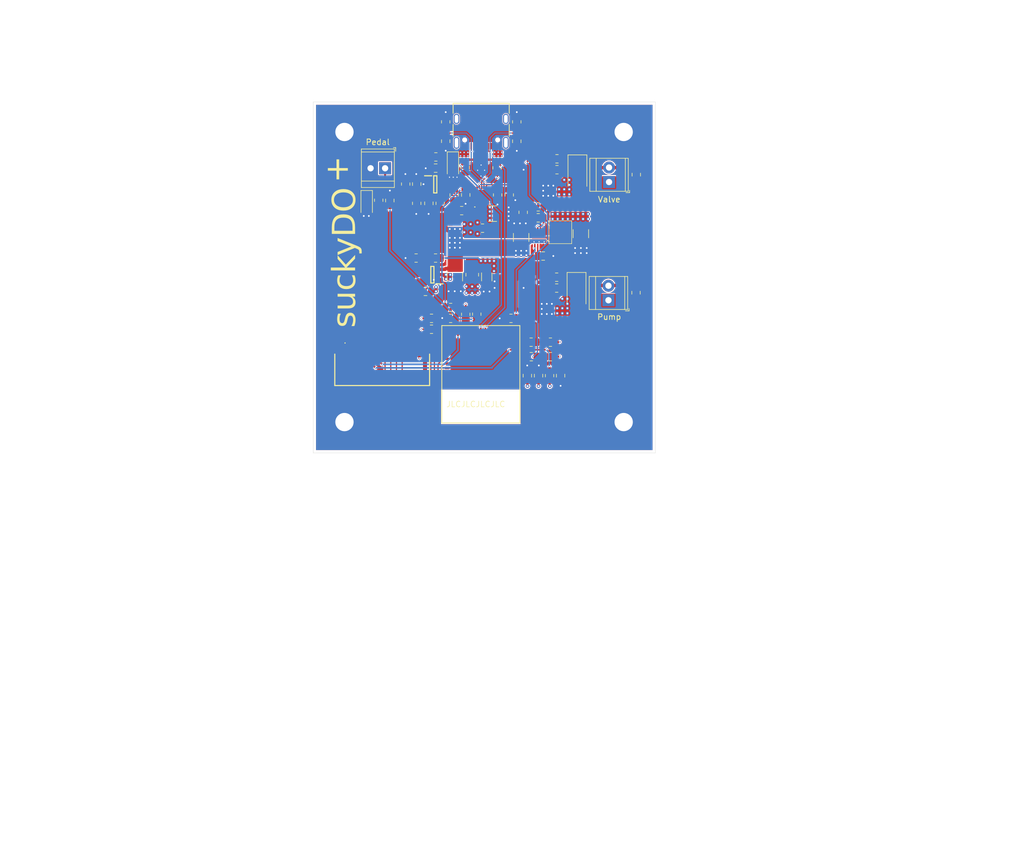
<source format=kicad_pcb>
(kicad_pcb (version 20240108) (generator "pcbnew") (generator_version "8.0")
  (layers (0 "F.Cu" signal) (1 "In1.Cu" signal) (2 "In2.Cu" signal) (31 "B.Cu" signal) (34 "B.Paste" user) (35 "F.Paste" user) (36 "B.SilkS" user "B.Silkscreen") (37 "F.SilkS" user "F.Silkscreen") (38 "B.Mask" user) (39 "F.Mask" user) (44 "Edge.Cuts" user))
  (net 0 "")
  (net 1 "/ESP_RESET")
  (net 2 "GND")
  (net 3 "+3.3V")
  (net 4 "/PEDAL_IN")
  (net 5 "/CC1")
  (net 6 "/CC2")
  (net 7 "+5V")
  (net 8 "Net-(IC2-+)")
  (net 9 "Net-(IC2--)")
  (net 10 "VBUS")
  (net 11 "VBUS_SW")
  (net 12 "Net-(PS1-SS{slash}TR)")
  (net 13 "+12V")
  (net 14 "/PUMP_LO")
  (net 15 "/VALVE_LO")
  (net 16 "Net-(IC3-SW)")
  (net 17 "Net-(IC3-VBST)")
  (net 18 "/D+")
  (net 19 "/D-")
  (net 20 "/ESP_BOOT")
  (net 21 "/DISPLAY_SCL")
  (net 22 "/DISPLAY_SDA")
  (net 23 "/ESP_STATUS1")
  (net 24 "/ESP_STATUS2")
  (net 25 "/ESP_STATUS4")
  (net 26 "/ESP_STATUS3")
  (net 27 "Net-(PS1-SW)")
  (net 28 "Net-(Q1-G)")
  (net 29 "Net-(Q2-B)")
  (net 30 "Net-(Q2-C)")
  (net 31 "Net-(Q3-G)")
  (net 32 "Net-(IC1-VCC)")
  (net 33 "Net-(Q5-B)")
  (net 34 "Net-(Q5-C)")
  (net 35 "Net-(Q6-G)")
  (net 36 "/~{VALVE_CTRL}")
  (net 37 "Net-(U1-IO8)")
  (net 38 "Net-(Pedal1-Pin_1)")
  (net 39 "Net-(IC1-DP)")
  (net 40 "Net-(IC1-DN)")
  (net 41 "Net-(IC1-VSEL)")
  (net 42 "Net-(IC1-ISEL)")
  (net 43 "Net-(IC1-VOUT)")
  (net 44 "Net-(IC1-PWR_EN)")
  (net 45 "/~{PUMP_CTRL}")
  (net 46 "Net-(PS1-PG)")
  (net 47 "Net-(PS1-FB)")
  (net 48 "/12V_EN")
  (net 49 "Net-(IC3-VFB)")
  (net 63 "/BOOT")
  (net 68 "/ESP_IO20")
  (net 69 "/ESP_IO21")
  (footprint "Package_TO_SOT_SMD:SOT-23" (layer "F.Cu") (at 83.083 117.4532)
    (property "Reference" "Q2" (hide yes))
    (property "Value" "MMBT2222A")
  )
  (footprint "Package_TO_SOT_SMD:SOT-23" (layer "F.Cu") (at 83.0349 138.078)
    (property "Reference" "Q5" (hide yes))
    (property "Value" "MMBT2222A")
  )
  (footprint "Diode_SMD:D_SOD-123F" (layer "F.Cu") (at 53.4162 124.21775 -90)
    (property "Reference" "D2" (hide yes))
    (property "Value" "SMF4L20A")
  )
  (footprint "Connector_FFC-FPC:HFW14R1STE1H1LF" (layer "F.Cu") (at 56.134 153.162)
    (property "Reference" "J1" (hide yes))
    (property "Value" "HFW14R-1STE1H1LF" (hide yes))
  )
  (footprint "Resistor_SMD:R_0805_2012Metric" (layer "F.Cu") (at 70.7644 143.6878 -90)
    (property "Reference" "R6" (hide yes))
    (property "Value" "10K")
  )
  (footprint "Resistor_SMD:R_0805_2012Metric" (layer "F.Cu") (at 78.6892 144.399 180)
    (property "Reference" "R29" (hide yes))
    (property "Value" "10K")
  )
  (footprint "Capacitor_SMD:C_0805_2012Metric" (layer "F.Cu") (at 100.584 139.9032 -90)
    (property "Reference" "C15" (hide yes))
    (property "Value" "100n")
  )
  (footprint "Capacitor_SMD:C_0805_2012Metric" (layer "F.Cu") (at 64.3128 124.2568 -90)
    (property "Reference" "C8" (hide yes))
    (property "Value" "100n")
  )
  (footprint "TerminalBlock_TE-Connectivity:TerminalBlock_TE_282834-2_1x02_P2.54mm_Horizontal" (layer "F.Cu") (at 56.642 118.11 180)
    (property "Reference" "Pedal1" (hide yes))
    (property "Value" "Pedal")
  )
  (footprint "Capacitor_SMD:C_0805_2012Metric" (layer "F.Cu") (at 79.7052 113.3856 -90)
    (property "Reference" "C5" (hide yes))
    (property "Value" "330p")
  )
  (footprint "Connector_USB:USB4105_GCT" (layer "F.Cu") (at 73.470398 110.7348 180)
    (property "Reference" "J2" (hide yes))
    (property "Value" "USB4105-GF-A" (hide yes))
  )
  (footprint "Resistor_SMD:R_0805_2012Metric" (layer "F.Cu") (at 78.3844 122.7836 -90)
    (property "Reference" "R14" (hide yes))
    (property "Value" "39K")
  )
  (footprint "Resistor_SMD:R_0805_2012Metric" (layer "F.Cu") (at 83.462937 124.8664 180)
    (property "Reference" "R28" (hide yes))
    (property "Value" "1.62M")
  )
  (footprint "Capacitor_SMD:C_0805_2012Metric" (layer "F.Cu") (at 87.376 154.432 -90)
    (property "Reference" "C1" (hide yes))
    (property "Value" "1u")
  )
  (footprint "Resistor_SMD:R_0805_2012Metric" (layer "F.Cu") (at 85.598 148.5646)
    (property "Reference" "R23" (hide yes))
    (property "Value" "10k")
  )
  (footprint "Capacitor_SMD:C_0805_2012Metric" (layer "F.Cu") (at 63.7134 139.6746)
    (property "Reference" "C18" (hide yes))
    (property "Value" "100n")
  )
  (footprint "Resistor_SMD:R_0805_2012Metric" (layer "F.Cu") (at 60.2488 120.8786 90)
    (property "Reference" "R33" (hide yes))
    (property "Value" "47k")
  )
  (footprint "Resistor_SMD:R_1210_3225Metric" (layer "F.Cu") (at 90.930537 129.569229 -90)
    (property "Reference" "C14" (hide yes))
    (property "Value" "10u")
  )
  (footprint "Resistor_SMD:R_1210_3225Metric" (layer "F.Cu") (at 80.465737 130.229629 90)
    (property "Reference" "C12" (hide yes))
    (property "Value" "10u")
  )
  (footprint "Diode_SMD:D_SMA" (layer "F.Cu") (at 90.3224 119.2784 -90)
    (property "Reference" "D5" (hide yes))
    (property "Value" "SS210")
  )
  (footprint "TerminalBlock_TE-Connectivity:TerminalBlock_TE_282834-2_1x02_P2.54mm_Horizontal" (layer "F.Cu") (at 95.8596 120.523 90)
    (property "Reference" "Valve1" (hide yes))
    (property "Value" "Valve")
  )
  (footprint "Package_TO_SOT_SMD:SOT-23" (layer "F.Cu") (at 86.4108 141.8016)
    (property "Reference" "Q6" (hide yes))
    (property "Value" "PJA3404A")
  )
  (footprint "Capacitor_SMD:C_0805_2012Metric" (layer "F.Cu") (at 65.4964 118.0846 180)
    (property "Reference" "C11" (hide yes))
    (property "Value" "100n")
  )
  (footprint "MountingHole:MountingHole_3.2mm_M3" (layer "F.Cu") (at 49.53 111.76)
    (property "Reference" "REF**" (hide yes))
    (property "Value" "MountingHole_3.2mm_M3")
  )
  (footprint "Resistor_SMD:R_0805_2012Metric" (layer "F.Cu") (at 65.532 116.1288 180)
    (property "Reference" "R32" (hide yes))
    (property "Value" "47k")
  )
  (footprint "Capacitor_SMD:C_1206_3216Metric" (layer "F.Cu") (at 74.4474 137.1346 -90)
    (property "Reference" "C19" (hide yes))
    (property "Value" "47u")
  )
  (footprint "Resistor_SMD:R_0805_2012Metric" (layer "F.Cu") (at 64.77 146.304)
    (property "Reference" "R34" (hide yes))
    (property "Value" "10K")
  )
  (footprint "Package_DFN_QFN:AP33771CFBZ13FA01" (layer "F.Cu") (at 73.5584 122.8386)
    (property "Reference" "IC1" (hide yes))
    (property "Value" "AP33771CFBZ-13-FA01" (hide yes))
  )
  (footprint "Resistor_SMD:R_0805_2012Metric" (layer "F.Cu") (at 65.48215 133.8326 180)
    (property "Reference" "R30" (hide yes))
    (property "Value" "33.2K")
  )
  (footprint "Resistor_SMD:R_0805_2012Metric" (layer "F.Cu") (at 79.7052 109.982 -90)
    (property "Reference" "R7" (hide yes))
    (property "Value" "5.1k")
  )
  (footprint "Capacitor_SMD:C_0805_2012Metric" (layer "F.Cu") (at 83.5152 154.432 90)
    (property "Reference" "C3" (hide yes))
    (property "Value" "10u")
  )
  (footprint "Resistor_SMD:R_0805_2012Metric" (layer "F.Cu") (at 86.6921 137.1854)
    (property "Reference" "R24" (hide yes))
    (property "Value" "10k")
  )
  (footprint "Resistor_SMD:R_0805_2012Metric" (layer "F.Cu") (at 80.821337 125.830429 -90)
    (property "Reference" "R27" (hide yes))
    (property "Value" "100k")
  )
  (footprint "Resistor_SMD:R_0805_2012Metric" (layer "F.Cu") (at 68.1228 144.399 180)
    (property "Reference" "R16" (hide yes))
    (property "Value" "200K")
  )
  (footprint "Resistor_SMD:R_0805_2012Metric" (layer "F.Cu") (at 72.6948 143.6624 90)
    (property "Reference" "R10" (hide yes))
    (property "Value" "10k")
  )
  (footprint "Resistor_SMD:R_0805_2012Metric" (layer "F.Cu") (at 62.07665 133.8326 180)
    (property "Reference" "R31" (hide yes))
    (property "Value" "10k")
  )
  (footprint "Resistor_SMD:R_0805_2012Metric" (layer "F.Cu") (at 68.1228 142.494)
    (property "Reference" "R15" (hide yes))
    (property "Value" "100K")
  )
  (footprint "MountingHole:MountingHole_3.2mm_M3" (layer "F.Cu") (at 98.425 111.76)
    (property "Reference" "REF**" (hide yes))
    (property "Value" "MountingHole_3.2mm_M3")
  )
  (footprint "Resistor_SMD:R_1210_3225Metric" (layer "F.Cu") (at 68.8594 137.1346 -90)
    (property "Reference" "C17" (hide yes))
    (property "Value" "10u")
  )
  (footprint "Resistor_SMD:R_0805_2012Metric" (layer "F.Cu") (at 83.462937 126.795629 180)
    (property "Reference" "R26" (hide yes))
    (property "Value" "100k")
  )
  (footprint "Package_TO_SOT_SMD:SOT95P275X110-5N" (layer "F.Cu") (at 65.4296 120.9294)
    (property "Reference" "IC2" (hide yes))
    (property "Value" "TS391SN2T1G" (hide yes))
  )
  (footprint "Capacitor_SMD:C_0805_2012Metric" (layer "F.Cu") (at 100.6348 119.2276 -90)
    (property "Reference" "C16" (hide yes))
    (property "Value" "100n")
  )
  (footprint "Resistor_SMD:R_0805_2012Metric" (layer "F.Cu") (at 86.741 116.459)
    (property "Reference" "R2" (hide yes))
    (property "Value" "10k")
  )
  (footprint "CUSTOM:ESP32-C6_EXP" (layer "F.Cu") (at 73.406 154.1856 180)
    (property "Reference" "U1" (hide yes))
    (property "Value" "ESP32-C6-MINI-1-H4")
  )
  (footprint "MountingHole:MountingHole_3.2mm_M3" (layer "F.Cu") (at 98.425 162.56)
    (property "Reference" "REF**" (hide yes))
    (property "Value" "MountingHole_3.2mm_M3")
  )
  (footprint "Diode_SMD:D_SOD-123F" (layer "F.Cu") (at 68.5292 117.4496 -90)
    (property "Reference" "D4" (hide yes))
    (property "Value" "SMF4L20A")
  )
  (footprint "Resistor_SMD:R_0805_2012Metric" (layer "F.Cu") (at 66.294 124.2568 -90)
    (property "Reference" "R17" (hide yes))
    (property "Value" "47k")
  )
  (footprint "Package_TO_SOT_SMD:SOT95P280X110-6N" (layer "F.Cu") (at 64.9224 136.7536 180)
    (property "Reference" "IC3" (hide yes))
    (property "Value" "TPS561201DDCR" (hide yes))
  )
  (footprint "Capacitor_SMD:C_0805_2012Metric" (layer "F.Cu") (at 81.5594 154.432 90)
    (property "Reference" "C2" (hide yes))
    (property "Value" "100n")
  )
  (footprint "Resistor_SMD:R_0805_2012Metric" (layer "F.Cu") (at 70.0532 125.5268)
    (property "Reference" "R21" (hide yes))
    (property "Value" "10")
  )
  (footprint "Diode_SMD:D_SMA" (layer "F.Cu") (at 90.17 139.8712 -90)
    (property "Reference" "D1" (hide yes))
    (property "Value" "SS210")
  )
  (footprint "Capacitor_SMD:C_0805_2012Metric" (layer "F.Cu") (at 67.2592 113.3704 -90)
    (property "Reference" "C6" (hide yes))
    (property "Value" "330p")
  )
  (footprint "Capacitor_SMD:C_0805_2012Metric" (layer "F.Cu") (at 62.1792 120.8786 90)
    (property "Reference" "C9" (hide yes))
    (property "Value" "100n")
  )
  (footprint "Resistor_SMD:R_0805_2012Metric" (layer "F.Cu") (at 85.5961 151.1046)
    (property "Reference" "R3" (hide yes))
    (property "Value" "10k")
  )
  (footprint "TerminalBlock_TE-Connectivity:TerminalBlock_TE_282834-2_1x02_P2.54mm_Horizontal" (layer "F.Cu") (at 95.758 141.224 90)
    (property "Reference" "Pump1" (hide yes))
    (property "Value" "Pump")
  )
  (footprint "Capacitor_SMD:C_0805_2012Metric" (layer "F.Cu") (at 70.7644 122.7836 -90)
    (property "Reference" "C7" (hide yes))
    (property "Value" "1u")
  )
  (footprint "Capacitor_SMD:C_0805_2012Metric" (layer "F.Cu") (at 84.326537 133.480829)
    (property "Reference" "C13" (hide yes))
    (property "Value" "100n")
  )
  (footprint "Resistor_SMD:R_0805_2012Metric" (layer "F.Cu") (at 76.3524 122.7836 -90)
    (property "Reference" "R13" (hide yes))
    (property "Value" "52K")
  )
  (footprint "Resistor_SMD:R_0805_2012Metric" (layer "F.Cu") (at 55.5244 123.70975 90)
    (property "Reference" "R9" (hide yes))
    (property "Value" "10k")
  )
  (footprint "Resistor_SMD:R_0805_2012Metric" (layer "F.Cu") (at 62.1792 124.2568 90)
    (property "Reference" "R18" (hide yes))
    (property "Value" "23.2K")
  )
  (footprint "Resistor_SMD:R_0805_2012Metric" (layer "F.Cu") (at 73.7108 128.6002)
    (property "Reference" "R19" (hide yes))
    (property "Value" "5m")
  )
  (footprint "Inductor_SMD:L_1008_2520Metric" (layer "F.Cu") (at 71.9074 136.7536 90)
    (property "Reference" "L2" (hide yes))
    (property "Value" "3.3u")
  )
  (footprint "Resistor_SMD:R_0805_2012Metric" (layer "F.Cu") (at 68.7324 122.7817 90)
    (property "Reference" "R20" (hide yes))
    (property "Value" "100")
  )
  (footprint "MountingHole:MountingHole_3.2mm_M3" (layer "F.Cu") (at 49.53 162.56)
    (property "Reference" "REF**" (hide yes))
    (property "Value" "MountingHole_3.2mm_M3")
  )
  (footprint "Capacitor_SMD:C_0805_2012Metric" (layer "F.Cu") (at 57.4736 123.76055 90)
    (property "Reference" "C4" (hide yes))
    (property "Value" "100n")
  )
  (footprint "Resistor_SMD:R_1210_3225Metric" (layer "F.Cu") (at 75.4634 126.0602)
    (property "Reference" "C10" (hide yes))
    (property "Value" "10u")
  )
  (footprint "Resistor_SMD:R_0805_2012Metric" (layer "F.Cu") (at 70.6628 117.983 -90)
    (property "Reference" "R11" (hide yes))
    (property "Value" "0")
  )
  (footprint "Resistor_SMD:R_0805_2012Metric" (layer "F.Cu") (at 85.4456 154.432 90)
    (property "Reference" "R5" (hide yes))
    (property "Value" "10K")
  )
  (footprint "Resistor_SMD:R_0805_2012Metric" (layer "F.Cu") (at 67.2592 109.982 -90)
    (property "Reference" "R8" (hide yes))
    (property "Value" "5.1k")
  )
  (footprint "Package_TO_SOT_SMD:SOT-23" (layer "F.Cu") (at 86.5397 121.0564)
    (property "Reference" "Q1" (hide yes))
    (property "Value" "PJA3404A")
  )
  (footprint "Resistor_SMD:R_0805_2012Metric" (layer "F.Cu") (at 86.7391 118.364)
    (property "Reference" "R1" (hide yes))
    (property "Value" "100")
  )
  (footprint "Inductor_SMD:XAL40XX" (layer "F.Cu") (at 87.323737 129.315229 90)
    (property "Reference" "L1" (hide yes))
    (property "Value" "1u" (hide yes))
  )
  (footprint "Package_TO_SOT_SMD:SOT-23" (layer "F.Cu") (at 73.4568 117.5512 -90)
    (property "Reference" "D3" (hide yes))
    (property "Value" "SZNUP2105LT1G")
  )
  (footprint "Package_TO_SOT_SMD:SOT-23" (layer "F.Cu") (at 70.085052 128.599224)
    (property "Reference" "Q3" (hide yes))
    (property "Value" "PJA3404A")
  )
  (footprint "Package_DFN_QFN:TPS621361RGXT" (layer "F.Cu") (at 83.615337 130.229629 180)
    (property "Reference" "PS1" (hide yes))
    (property "Value" "TPS62135RGXR" (hide yes))
  )
  (footprint "Resistor_SMD:R_0805_2012Metric" (layer "F.Cu") (at 64.77 144.399)
    (property "Reference" "R35" (hide yes))
    (property "Value" "10K")
  )
  (footprint "Resistor_SMD:R_0805_2012Metric" (layer "F.Cu") (at 82.2433 151.1046 180)
    (property "Reference" "R4" (hide yes))
    (property "Value" "1k")
  )
  (footprint "Resistor_SMD:R_0805_2012Metric" (layer "F.Cu") (at 86.6921 139.0904)
    (property "Reference" "R25" (hide yes))
    (property "Value" "100")
  )
  (footprint "Resistor_SMD:R_0805_2012Metric" (layer "F.Cu") (at 82.2198 148.5646 180)
    (property "Reference" "R22" (hide yes))
    (property "Value" "1k")
  )
  (footprint "Resistor_SMD:R_0805_2012Metric" (layer "F.Cu") (at 76.2508 118.0338 -90)
    (property "Reference" "R12" (hide yes))
    (property "Value" "0")
  )
  (gr_rect (start 44.0436 106.5022) (end 103.9876 167.9702) (stroke (width 0.05)) (fill none) (layer "Edge.Cuts"))
  (gr_text "JLCJLCJLCJLC" (at 67.31 160.02 0) (layer "F.SilkS") (effects (font (size 1 1) (thickness 0.1)) (justify left bottom)))
  (gr_text "suckyDO" (at 52.07 146.05 90) (layer "F.SilkS") (effects (font (size 4 4) (thickness 0.1)) (justify left bottom)))
  (gr_text "+" (at 50.8 120.65 90) (layer "F.SilkS") (effects (font (size 4 4) (thickness 0.1)) (justify left bottom)))
  (segment (start 85.4456 153.5195) (end 85.4456 152.8318) (width 0.3048) (layer "F.Cu") (net 1))
  (segment (start 85.4456 153.5195) (end 87.3385 153.5195) (width 0.3048) (layer "F.Cu") (net 1))
  (segment (start 79.305998 149.896327) (end 78.449673 149.896327) (width 0.3048) (layer "F.Cu") (net 1))
  (segment (start 87.3385 153.5195) (end 87.376 153.482) (width 0.3048) (layer "F.Cu") (net 1))
  (segment (start 54.634 152.7288) (end 54.9656 153.0604) (width 0.3048) (layer "F.Cu") (net 1))
  (segment (start 84.8868 149.8854) (end 79.316925 149.8854) (width 0.3048) (layer "F.Cu") (net 1))
  (segment (start 54.634 150.162) (end 54.634 152.7288) (width 0.3048) (layer "F.Cu") (net 1))
  (segment (start 79.316925 149.8854) (end 79.305998 149.896327) (width 0.3048) (layer "F.Cu") (net 1))
  (segment (start 78.449673 149.896327) (end 78.3844 149.9616) (width 0.3048) (layer "F.Cu") (net 1))
  (via (at 78.3844 149.9616) (size 0.35) (drill 0.2) (layers "F.Cu" "B.Cu") (net 1))
  (via (at 84.8868 149.8854) (size 0.35) (drill 0.2) (layers "F.Cu" "B.Cu") (net 1))
  (via (at 54.9656 153.0604) (size 0.35) (drill 0.2) (layers "F.Cu" "B.Cu") (net 1))
  (via (at 85.4456 152.8318) (size 0.35) (drill 0.2) (layers "F.Cu" "B.Cu") (net 1))
  (segment (start 75.3872 153.0604) (end 54.9656 153.0604) (width 0.3048) (layer "B.Cu") (net 1))
  (segment (start 85.3948 150.3934) (end 85.3948 152.781) (width 0.3048) (layer "B.Cu") (net 1))
  (segment (start 85.3948 152.781) (end 85.4456 152.8318) (width 0.3048) (layer "B.Cu") (net 1))
  (segment (start 78.3844 149.9616) (end 75.3872 152.9588) (width 0.3048) (layer "B.Cu") (net 1))
  (segment (start 54.9656 153.0604) (end 55.0164 153.1112) (width 0.254) (layer "B.Cu") (net 1))
  (segment (start 84.8868 149.8854) (end 85.3948 150.3934) (width 0.3048) (layer "B.Cu") (net 1))
  (segment (start 75.3872 152.9588) (end 75.3872 153.0604) (width 0.3048) (layer "B.Cu") (net 1))
  (via (at 87.376 156.21) (size 0.6096) (drill 0.3048) (layers "F.Cu" "B.Cu") (net 2))
  (via (at 74.0664 118.4656) (size 0.35) (drill 0.2) (layers "F.Cu" "B.Cu") (net 2))
  (via (at 81.28 127.762) (size 0.6096) (drill 0.3048) (layers "F.Cu" "B.Cu") (net 2))
  (via (at 53.7972 126.4666) (size 0.6096) (drill 0.3048) (layers "F.Cu" "B.Cu") (net 2))
  (via (at 86.106 133.477) (size 0.6096) (drill 0.3048) (layers "F.Cu" "B.Cu") (net 2))
  (via (at 90.932 132.969) (size 0.6096) (drill 0.3048) (layers "F.Cu" "B.Cu") (net 2))
  (via (at 89.916 132.969) (size 0.6096) (drill 0.3048) (layers "F.Cu" "B.Cu") (net 2))
  (via (at 84.074 142.748) (size 0.6096) (drill 0.3048) (layers "F.Cu" "B.Cu") (net 2))
  (via (at 64.262 126.111) (size 0.6096) (drill 0.3048) (layers "F.Cu" "B.Cu") (net 2))
  (via (at 91.948 132.969) (size 0.6096) (drill 0.3048) (layers "F.Cu" "B.Cu") (net 2))
  (via (at 80.899 118.364) (size 0.6096) (drill 0.3048) (layers "F.Cu" "B.Cu") (net 2))
  (via (at 73.4568 117.5512) (size 0.35) (drill 0.2) (layers "F.Cu" "B.Cu") (net 2))
  (via (at 78.2828 126.492) (size 0.6096) (drill 0.3048) (layers "F.Cu" "B.Cu") (net 2))
  (via (at 72.8472 118.4656) (size 0.35) (drill 0.2) (layers "F.Cu" "B.Cu") (net 2))
  (via (at 85.852 141.859) (size 0.6096) (drill 0.3048) (layers "F.Cu" "B.Cu") (net 2))
  (via (at 86.106 122.936) (size 0.6096) (drill 0.3048) (layers "F.Cu" "B.Cu") (net 2))
  (via (at 86.106 121.158) (size 0.6096) (drill 0.3048) (layers "F.Cu" "B.Cu") (net 2))
  (via (at 80.899 139.065) (size 0.6096) (drill 0.3048) (layers "F.Cu" "B.Cu") (net 2))
  (via (at 78.2828 125.73) (size 0.6096) (drill 0.3048) (layers "F.Cu" "B.Cu") (net 2))
  (via (at 69.2404 119.6848) (size 0.35) (drill 0.2) (layers "F.Cu" "B.Cu") (net 2))
  (via (at 79.7052 115.062) (size 0.6096) (drill 0.3048) (layers "F.Cu" "B.Cu") (net 2))
  (via (at 85.852 143.637) (size 0.6096) (drill 0.3048) (layers "F.Cu" "B.Cu") (net 2))
  (via (at 75.819 137.922) (size 0.6096) (drill 0.3048) (layers "F.Cu" "B.Cu") (net 2))
  (via (at 67.7672 139.6492) (size 0.6096) (drill 0.3048) (layers "F.Cu" "B.Cu") (net 2))
  (via (at 67.2592 108.2802) (size 0.6096) (drill 0.3048) (layers "F.Cu" "B.Cu") (net 2))
  (via (at 62.103 126.111) (size 0.6096) (drill 0.3048) (layers "F.Cu" "B.Cu") (net 2))
  (via (at 81.534 152.654) (size 0.6096) (drill 0.3048) (layers "F.Cu" "B.Cu") (net 2))
  (via (at 52.9082 126.4666) (size 0.6096) (drill 0.3048) (layers "F.Cu" "B.Cu") (net 2))
  (via (at 84.963 141.859) (size 0.6096) (drill 0.3048) (layers "F.Cu" "B.Cu") (net 2))
  (via (at 76.708 144.399) (size 0.6096) (drill 0.3048) (layers "F.Cu" "B.Cu") (net 2))
  (via (at 63.754 118.11) (size 0.6096) (drill 0.3048) (layers "F.Cu" "B.Cu") (net 2))
  (via (at 84.963 143.637) (size 0.6096) (drill 0.3048) (layers "F.Cu" "B.Cu") (net 2))
  (via (at 74.93 139.7) (size 0.6096) (drill 0.3048) (layers "F.Cu" "B.Cu") (net 2))
  (via (at 73.4314 119.4816) (size 0.35) (drill 0.2) (layers "F.Cu" "B.Cu") (net 2))
  (via (at 67.2592 115.0366) (size 0.6096) (drill 0.3048) (layers "F.Cu" "B.Cu") (net 2))
  (via (at 60.2234 133.8326) (size 0.6096) (drill 0.3048) (layers "F.Cu" "B.Cu") (net 2))
  (via (at 90.932 132.08) (size 0.6096) (drill 0.3048) (layers "F.Cu" "B.Cu") (net 2))
  (via (at 68.834 139.6492) (size 0.6096) (drill 0.3048) (layers "F.Cu" "B.Cu") (net 2))
  (via (at 91.948 132.08) (size 0.6096) (drill 0.3048) (layers "F.Cu" "B.Cu") (net 2))
  (via (at 57.4802 122.0216) (size 0.6096) (drill 0.3048) (layers "F.Cu" "B.Cu") (net 2))
  (via (at 83.566 152.654) (size 0.6096) (drill 0.3048) (layers "F.Cu" "B.Cu") (net 2))
  (via (at 62.103 119.126) (size 0.6096) (drill 0.3048) (layers "F.Cu" "B.Cu") (net 2))
  (via (at 80.264 127.762) (size 0.6096) (drill 0.3048) (layers "F.Cu" "B.Cu") (net 2))
  (via (at 84.074 141.859) (size 0.6096) (drill 0.3048) (layers "F.Cu" "B.Cu") (net 2))
  (via (at 66.6496 144.3482) (size 0.6096) (drill 0.3048) (layers "F.Cu" "B.Cu") (net 2))
  (via (at 84.328 122.047) (size 0.6096) (drill 0.3048) (layers "F.Cu" "B.Cu") (net 2))
  (via (at 70.739 124.333) (size 0.6096) (drill 0.3048) (layers "F.Cu" "B.Cu") (net 2))
  (via (at 63.373 120.904) (size 0.6096) (drill 0.3048) (layers "F.Cu" "B.Cu") (net 2))
  (via (at 73.914 139.7) (size 0.6096) (drill 0.3048) (layers "F.Cu" "B.Cu") (net 2))
  (via (at 65.1764 137.6426) (size 0.6096) (drill 0.3048) (layers "F.Cu" "B.Cu") (net 2))
  (via (at 78.2828 127.254) (size 0.6096) (drill 0.3048) (layers "F.Cu" "B.Cu") (net 2))
  (via (at 85.217 121.158) (size 0.6096) (drill 0.3048) (layers "F.Cu" "B.Cu") (net 2))
  (via (at 85.217 122.936) (size 0.6096) (drill 0.3048) (layers "F.Cu" "B.Cu") (net 2))
  (via (at 79.7052 108.2802) (size 0.6096) (drill 0.3048) (layers "F.Cu" "B.Cu") (net 2))
  (via (at 76.327 124.46) (size 0.6096) (drill 0.3048) (layers "F.Cu" "B.Cu") (net 2))
  (via (at 84.328 121.158) (size 0.6096) (drill 0.3048) (layers "F.Cu" "B.Cu") (net 2))
  (via (at 69.9008 139.6492) (size 0.6096) (drill 0.3048) (layers "F.Cu" "B.Cu") (net 2))
  (via (at 66.3194 138.5316) (size 0.6096) (drill 0.3048) (layers "F.Cu" "B.Cu") (net 2))
  (via (at 84.074 143.637) (size 0.6096) (drill 0.3048) (layers "F.Cu" "B.Cu") (net 2))
  (via (at 89.916 132.08) (size 0.6096) (drill 0.3048) (layers "F.Cu" "B.Cu") (net 2))
  (via (at 60.198 119.126) (size 0.6096) (drill 0.3048) (layers "F.Cu" "B.Cu") (net 2))
  (via (at 79.4512 123.698) (size 0.6096) (drill 0.3048) (layers "F.Cu" "B.Cu") (net 2))
  (via (at 84.328 122.936) (size 0.6096) (drill 0.3048) (layers "F.Cu" "B.Cu") (net 2))
  (via (at 75.819 139.065) (size 0.6096) (drill 0.3048) (layers "F.Cu" "B.Cu") (net 2))
  (via (at 68.58 119.6848) (size 0.35) (drill 0.2) (layers "F.Cu" "B.Cu") (net 2))
  (via (at 78.2828 124.968) (size 0.6096) (drill 0.3048) (layers "F.Cu" "B.Cu") (net 2))
  (via (at 79.248 127.762) (size 0.6096) (drill 0.3048) (layers "F.Cu" "B.Cu") (net 2))
  (via (at 67.9196 119.6848) (size 0.35) (drill 0.2) (layers "F.Cu" "B.Cu") (net 2))
  (segment (start 66.39465 133.8326) (end 67.0306 133.8326) (width 0.3048) (layer "F.Cu") (net 3))
  (segment (start 86.5086 151.1046) (end 87.249 151.1046) (width 0.254) (layer "F.Cu") (net 3))
  (segment (start 83.5152 155.382) (end 83.5152 156.2608) (width 0.3556) (layer "F.Cu") (net 3))
  (segment (start 70.7898 142.7499) (end 70.7644 142.7753) (width 0.3048) (layer "F.Cu") (net 3))
  (segment (start 79.305998 153.896827) (end 80.074227 153.896827) (width 0.3048) (layer "F.Cu") (net 3))
  (segment (start 86.5105 148.5646) (end 86.5105 151.1027) (width 0.254) (layer "F.Cu") (net 3))
  (segment (start 83.5527 155.3445) (end 83.5152 155.382) (width 0.3556) (layer "F.Cu") (net 3))
  (segment (start 63.8575 146.304) (end 63.0428 146.304) (width 0.2032) (layer "F.Cu") (net 3))
  (segment (start 63.8575 144.399) (end 63.0682 144.399) (width 0.3048) (layer "F.Cu") (net 3))
  (segment (start 87.1982 148.5646) (end 87.2236 148.5392) (width 0.254) (layer "F.Cu") (net 3))
  (segment (start 86.5105 148.5646) (end 87.1982 148.5646) (width 0.254) (layer "F.Cu") (net 3))
  (segment (start 85.4456 155.3445) (end 83.5527 155.3445) (width 0.3556) (layer "F.Cu") (net 3))
  (segment (start 83.5152 155.382) (end 81.5594 155.382) (width 0.3556) (layer "F.Cu") (net 3))
  (segment (start 63.0682 144.399) (end 63.0428 144.4244) (width 0.3048) (layer "F.Cu") (net 3))
  (segment (start 86.5105 151.1027) (end 86.5086 151.1046) (width 0.254) (layer "F.Cu") (net 3))
  (segment (start 70.7644 142.7753) (end 70.7644 141.9352) (width 0.3048) (layer "F.Cu") (net 3))
  (segment (start 81.5594 155.382) (end 81.5594 156.2354) (width 0.3556) (layer "F.Cu") (net 3))
  (segment (start 81.5594 156.2354) (end 81.5848 156.2608) (width 0.3556) (layer "F.Cu") (net 3))
  (segment (start 85.4456 155.3445) (end 85.4456 156.21) (width 0.3556) (layer "F.Cu") (net 3))
  (segment (start 80.074227 153.896827) (end 81.5594 155.382) (width 0.3048) (layer "F.Cu") (net 3))
  (segment (start 87.249 151.1046) (end 87.2744 151.0792) (width 0.254) (layer "F.Cu") (net 3))
  (segment (start 85.4456 156.21) (end 85.4964 156.2608) (width 0.3556) (layer "F.Cu") (net 3))
  (segment (start 62.634 150.162) (end 62.634 151.361) (width 0.4064) (layer "F.Cu") (net 3))
  (segment (start 72.6948 142.7499) (end 70.7898 142.7499) (width 0.3048) (layer "F.Cu") (net 3))
  (via (at 83.5152 156.2608) (size 0.6096) (drill 0.3048) (layers "F.Cu" "B.Cu") (net 3))
  (via (at 63.0428 144.4244) (size 0.35) (drill 0.2) (layers "F.Cu" "B.Cu") (net 3))
  (via (at 74.1934 134.3406) (size 0.6096) (drill 0.3048) (layers "F.Cu" "B.Cu") (net 3))
  (via (at 85.4964 156.2608) (size 0.6096) (drill 0.3048) (layers "F.Cu" "B.Cu") (net 3))
  (via (at 75.7174 136.1186) (size 0.6096) (drill 0.3048) (layers "F.Cu" "B.Cu") (net 3))
  (via (at 67.0306 133.8326) (size 0.35) (drill 0.2) (layers "F.Cu" "B.Cu") (net 3))
  (via (at 75.7174 134.3406) (size 0.6096) (drill 0.3048) (layers "F.Cu" "B.Cu") (net 3))
  (via (at 75.7174 135.2296) (size 0.6096) (drill 0.3048) (layers "F.Cu" "B.Cu") (net 3))
  (via (at 73.4314 134.3406) (size 0.6096) (drill 0.3048) (layers "F.Cu" "B.Cu") (net 3))
  (via (at 74.9554 134.3406) (size 0.6096) (drill 0.3048) (layers "F.Cu" "B.Cu") (net 3))
  (via (at 87.2236 148.5392) (size 0.35) (drill 0.2) (layers "F.Cu" "B.Cu") (net 3))
  (via (at 62.634 151.361) (size 0.35) (drill 0.2) (layers "F.Cu" "B.Cu") (net 3))
  (via (at 70.7644 141.9352) (size 0.35) (drill 0.2) (layers "F.Cu" "B.Cu") (net 3))
  (via (at 81.5848 156.2608) (size 0.6096) (drill 0.3048) (layers "F.Cu" "B.Cu") (net 3))
  (via (at 63.0428 146.304) (size 0.35) (drill 0.2) (layers "F.Cu" "B.Cu") (net 3))
  (via (at 87.2744 151.0792) (size 0.35) (drill 0.2) (layers "F.Cu" "B.Cu") (net 3))
  (segment (start 72.9234 133.8326) (end 73.4314 134.3406) (width 0.3048) (layer "B.Cu") (net 3))
  (segment (start 67.0306 133.8326) (end 72.9234 133.8326) (width 0.3048) (layer "B.Cu") (net 3))
  (segment (start 57.4736 124.71055) (end 55.6127 124.71055) (width 0.3048) (layer "F.Cu") (net 4))
  (segment (start 71.9855 144.5749) (end 71.9836 144.5768) (width 0.3048) (layer "F.Cu") (net 4))
  (segment (start 72.6948 144.78) (end 71.8058 145.669) (width 0.3048) (layer "F.Cu") (net 4))
  (segment (start 57.4736 125.3932) (end 57.4736 124.71055) (width 0.3048) (layer "F.Cu") (net 4))
  (segment (start 55.2207 124.62225) (end 53.4162 122.81775) (width 0.3048) (layer "F.Cu") (net 4))
  (segment (start 55.6127 124.71055) (end 55.5244 124.62225) (width 0.3048) (layer "F.Cu") (net 4))
  (segment (start 72.6948 144.5749) (end 72.6948 144.78) (width 0.3048) (layer "F.Cu") (net 4))
  (segment (start 72.6948 144.5749) (end 71.9855 144.5749) (width 0.3048) (layer "F.Cu") (net 4))
  (segment (start 55.5244 124.62225) (end 55.2207 124.62225) (width 0.3048) (layer "F.Cu") (net 4))
  (segment (start 71.8058 145.669) (end 71.8058 146.596527) (width 0.3048) (layer "F.Cu") (net 4))
  (via (at 71.9836 144.5768) (size 0.35) (drill 0.2) (layers "F.Cu" "B.Cu") (net 4))
  (via (at 57.4736 125.3932) (size 0.35) (drill 0.2) (layers "F.Cu" "B.Cu") (net 4))
  (segment (start 69.561284 144.5768) (end 71.9836 144.5768) (width 0.3048) (layer "B.Cu") (net 4))
  (segment (start 57.4736 125.3932) (end 57.4548 125.412) (width 0.3048) (layer "B.Cu") (net 4))
  (segment (start 57.5056 132.521116) (end 69.561284 144.5768) (width 0.3048) (layer "B.Cu") (net 4))
  (segment (start 57.5056 125.4252) (end 57.5056 132.521116) (width 0.3048) (layer "B.Cu") (net 4))
  (segment (start 57.4736 125.3932) (end 57.5056 125.4252) (width 0.3048) (layer "B.Cu") (net 4))
  (segment (start 78.6892 111.9378) (end 79.2074 111.9378) (width 0.2032) (layer "F.Cu") (net 5))
  (segment (start 79.7052 112.4356) (end 79.7052 110.8945) (width 0.3048) (layer "F.Cu") (net 5))
  (segment (start 73.5584 120.433126) (end 73.5584 121.5136) (width 0.2032) (layer "F.Cu") (net 5))
  (segment (start 74.2188 119.7864) (end 73.8616 120.1436) (width 0.2032) (layer "F.Cu") (net 5))
  (segment (start 75.0316 115.3668) (end 74.720398 115.055598) (width 0.2032) (layer "F.Cu") (net 5))
  (segment (start 73.8616 120.1436) (end 73.847926 120.1436) (width 0.2032) (layer "F.Cu") (net 5))
  (segment (start 79.2074 111.9378) (end 79.7052 112.4356) (width 0.2032) (layer "F.Cu") (net 5))
  (segment (start 74.720398 115.055598) (end 74.720398 114.2206) (width 0.2032) (layer "F.Cu") (net 5))
  (segment (start 73.847926 120.1436) (end 73.5584 120.433126) (width 0.2032) (layer "F.Cu") (net 5))
  (via (at 75.0316 115.3668) (size 0.35) (drill 0.2) (layers "F.Cu" "B.Cu") (net 5))
  (via (at 78.6892 111.9378) (size 0.35) (drill 0.2) (layers "F.Cu" "B.Cu") (net 5))
  (via (at 74.2188 119.7864) (size 0.35) (drill 0.2) (layers "F.Cu" "B.Cu") (net 5))
  (segment (start 75.8698 111.9378) (end 78.6892 111.9378) (width 0.2032) (layer "B.Cu") (net 5))
  (segment (start 75.0316 118.9736) (end 74.2188 119.7864) (width 0.2032) (layer "B.Cu") (net 5))
  (segment (start 75.0316 115.3668) (end 75.0316 112.776) (width 0.2032) (layer "B.Cu") (net 5))
  (segment (start 75.0316 115.3668) (end 75.0316 118.9736) (width 0.2032) (layer "B.Cu") (net 5))
  (segment (start 75.0316 112.776) (end 75.8698 111.9378) (width 0.2032) (layer "B.Cu") (net 5))
  (segment (start 71.7296 114.229801) (end 71.720399 114.2206) (width 0.2032) (layer "F.Cu") (net 6))
  (segment (start 74.0156 120.5484) (end 73.9584 120.6056) (width 0.2032) (layer "F.Cu") (net 6))
  (segment (start 67.7418 111.9378) (end 67.2592 112.4204) (width 0.2032) (layer "F.Cu") (net 6))
  (segment (start 71.7296 115.1636) (end 71.7296 114.229801) (width 0.2032) (layer "F.Cu") (net 6))
  (segment (start 68.3006 111.9378) (end 67.7418 111.9378) (width 0.2032) (layer "F.Cu") (net 6))
  (segment (start 67.2592 112.4204) (end 67.2592 110.8945) (width 0.3048) (layer "F.Cu") (net 6))
  (segment (start 73.9584 120.6056) (end 73.9584 121.5136) (width 0.2032) (layer "F.Cu") (net 6))
  (via (at 68.3006 111.9378) (size 0.35) (drill 0.2) (layers "F.Cu" "B.Cu") (net 6))
  (via (at 71.7296 115.1636) (size 0.35) (drill 0.2) (layers "F.Cu" "B.Cu") (net 6))
  (via (at 74.0156 120.5484) (size 0.35) (drill 0.2) (layers "F.Cu" "B.Cu") (net 6))
  (segment (start 70.866 111.9378) (end 68.3006 111.9378) (width 0.2032) (layer "B.Cu") (net 6))
  (segment (start 71.7296 118.4148) (end 71.7296 115.1636) (width 0.2032) (layer "B.Cu") (net 6))
  (segment (start 71.7296 112.8014) (end 70.866 111.9378) (width 0.2032) (layer "B.Cu") (net 6))
  (segment (start 74.0156 120.5484) (end 73.8632 120.5484) (width 0.2032) (layer "B.Cu") (net 6))
  (segment (start 73.8632 120.5484) (end 71.7296 118.4148) (width 0.2032) (layer "B.Cu") (net 6))
  (segment (start 71.7296 115.1636) (end 71.7296 112.8014) (width 0.2032) (layer "B.Cu") (net 6))
  (segment (start 66.6796 119.2576) (end 66.4464 119.0244) (width 0.254) (layer "F.Cu") (net 7))
  (segment (start 66.4464 119.0244) (end 66.4464 118.0846) (width 0.254) (layer "F.Cu") (net 7))
  (segment (start 70.7644 121.2291) (end 70.7644 121.8336) (width 0.254) (layer "F.Cu") (net 7))
  (segment (start 66.4464 116.1307) (end 66.4445 116.1288) (width 0.254) (layer "F.Cu") (net 7))
  (segment (start 67.1576 141.5288) (end 67.1576 142.4413) (width 0.254) (layer "F.Cu") (net 7))
  (segment (start 70.7644 121.8336) (end 69.916 121.8336) (width 0.254) (layer "F.Cu") (net 7))
  (segment (start 69.916 121.8336) (end 69.9008 121.8184) (width 0.254) (layer "F.Cu") (net 7))
  (segment (start 66.4464 118.0846) (end 66.4464 116.1307) (width 0.254) (layer "F.Cu") (net 7))
  (segment (start 66.6796 119.9794) (end 66.6796 119.2576) (width 0.254) (layer "F.Cu") (net 7))
  (segment (start 66.6796 120.3498) (end 66.9544 120.6246) (width 0.254) (layer "F.Cu") (net 7))
  (segment (start 71.0844 121.5136) (end 70.7644 121.8336) (width 0.254) (layer "F.Cu") (net 7))
  (segment (start 72.3584 121.5136) (end 71.0844 121.5136) (width 0.254) (layer "F.Cu") (net 7))
  (segment (start 70.1599 120.6246) (end 70.7644 121.2291) (width 0.254) (layer "F.Cu") (net 7))
  (segment (start 66.6796 119.9794) (end 66.6796 120.3498) (width 0.254) (layer "F.Cu") (net 7))
  (segment (start 66.9544 120.6246) (end 70.1599 120.6246) (width 0.254) (layer "F.Cu") (net 7))
  (segment (start 67.1576 142.4413) (end 67.2103 142.494) (width 0.254) (layer "F.Cu") (net 7))
  (via (at 69.9008 121.8184) (size 0.35) (drill 0.2) (layers "F.Cu" "B.Cu") (net 7))
  (via (at 67.1576 141.5288) (size 0.35) (drill 0.2) (layers "F.Cu" "B.Cu") (net 7))
  (segment (start 66.6004 137.949) (end 67.1576 138.5062) (width 0.254) (layer "B.Cu") (net 7))
  (segment (start 66.6004 125.1188) (end 66.6004 137.949) (width 0.254) (layer "B.Cu") (net 7))
  (segment (start 67.1576 138.5062) (end 67.1576 141.5288) (width 0.254) (layer "B.Cu") (net 7))
  (segment (start 69.9008 121.8184) (end 66.6004 125.1188) (width 0.254) (layer "B.Cu") (net 7))
  (segment (start 62.2167 123.3068) (end 62.1792 123.3443) (width 0.2032) (layer "F.Cu") (net 8))
  (segment (start 66.294 123.3443) (end 64.3503 123.3443) (width 0.2032) (layer "F.Cu") (net 8))
  (segment (start 64.3503 123.3443) (end 64.3128 123.3068) (width 0.2032) (layer "F.Cu") (net 8))
  (segment (start 64.3128 123.3068) (end 62.2167 123.3068) (width 0.2032) (layer "F.Cu") (net 8))
  (segment (start 66.6796 121.8794) (end 66.6796 122.9587) (width 0.2032) (layer "F.Cu") (net 8))
  (segment (start 62.1792 123.3443) (end 62.3824 123.3443) (width 0.2032) (layer "F.Cu") (net 8))
  (segment (start 66.6796 122.9587) (end 66.294 123.3443) (width 0.2032) (layer "F.Cu") (net 8))
  (segment (start 65.4304 121.3612) (end 64.9122 121.8794) (width 0.2032) (layer "F.Cu") (net 9))
  (segment (start 64.6195 116.1288) (end 65.4304 116.9397) (width 0.2032) (layer "F.Cu") (net 9))
  (segment (start 64.9122 121.8794) (end 64.1796 121.8794) (width 0.2032) (layer "F.Cu") (net 9))
  (segment (start 62.1792 121.8286) (end 60.2863 121.8286) (width 0.2032) (layer "F.Cu") (net 9))
  (segment (start 65.4304 116.9397) (end 65.4304 121.3612) (width 0.2032) (layer "F.Cu") (net 9))
  (segment (start 64.1796 121.8794) (end 62.23 121.8794) (width 0.2032) (layer "F.Cu") (net 9))
  (segment (start 62.23 121.8794) (end 62.1792 121.8286) (width 0.2032) (layer "F.Cu") (net 9))
  (segment (start 74.9808 124.9426) (end 74.9808 125.6792) (width 0.6096) (layer "F.Cu") (net 10))
  (segment (start 73.5584 124.1636) (end 73.5584 125.6177) (width 0.254) (layer "F.Cu") (net 10))
  (segment (start 74.9808 126.4412) (end 74.9808 127.2032) (width 0.6096) (layer "F.Cu") (net 10))
  (segment (start 73.5584 125.6177) (end 74.0009 126.0602) (width 0.254) (layer "F.Cu") (net 10))
  (segment (start 74.9808 125.6792) (end 74.9808 126.4412) (width 0.6096) (layer "F.Cu") (net 10))
  (via (at 77.089 115.316) (size 0.35) (drill 0.2) (layers "F.Cu" "B.Cu") (net 10))
  (via (at 74.9808 127.2032) (size 0.6096) (drill 0.3048) (layers "F.Cu" "B.Cu") (net 10))
  (via (at 76.454 115.951) (size 0.35) (drill 0.2) (layers "F.Cu" "B.Cu") (net 10))
  (via (at 74.9808 126.4412) (size 0.6096) (drill 0.3048) (layers "F.Cu" "B.Cu") (net 10))
  (via (at 75.819 115.316) (size 0.35) (drill 0.2) (layers "F.Cu" "B.Cu") (net 10))
  (via (at 70.485 115.951) (size 0.35) (drill 0.2) (layers "F.Cu" "B.Cu") (net 10))
  (via (at 71.1454 115.3414) (size 0.35) (drill 0.2) (layers "F.Cu" "B.Cu") (net 10))
  (via (at 71.1454 115.951) (size 0.35) (drill 0.2) (layers "F.Cu" "B.Cu") (net 10))
  (via (at 77.089 115.951) (size 0.35) (drill 0.2) (layers "F.Cu" "B.Cu") (net 10))
  (via (at 69.85 115.3414) (size 0.35) (drill 0.2) (layers "F.Cu" "B.Cu") (net 10))
  (via (at 74.9808 125.6792) (size 0.6096) (drill 0.3048) (layers "F.Cu" "B.Cu") (net 10))
  (via (at 75.819 115.951) (size 0.35) (drill 0.2) (layers "F.Cu" "B.Cu") (net 10))
  (via (at 70.485 115.3414) (size 0.35) (drill 0.2) (layers "F.Cu" "B.Cu") (net 10))
  (via (at 74.9808 124.9426) (size 0.6096) (drill 0.3048) (layers "F.Cu" "B.Cu") (net 10))
  (via (at 69.85 115.951) (size 0.35) (drill 0.2) (layers "F.Cu" "B.Cu") (net 10))
  (via (at 76.454 115.316) (size 0.35) (drill 0.2) (layers "F.Cu" "B.Cu") (net 10))
  (segment (start 68.0212 124.3584) (end 67.2103 125.1693) (width 0.2032) (layer "F.Cu") (net 11))
  (segment (start 67.4624 125.4506) (end 67.4624 129.1336) (width 0.2032) (layer "F.Cu") (net 11))
  (segment (start 67.1811 125.1693) (end 67.4624 125.4506) (width 0.2032) (layer "F.Cu") (net 11))
  (segment (start 67.878024 129.549224) (end 69.147552 129.549224) (width 0.2032) (layer "F.Cu") (net 11))
  (segment (start 67.1424 135.8036) (end 66.1724 135.8036) (width 0.6096) (layer "F.Cu") (net 11))
  (segment (start 66.294 125.1693) (end 67.1811 125.1693) (width 0.2032) (layer "F.Cu") (net 11))
  (segment (start 64.4144 136.7536) (end 65.3644 135.8036) (width 0.254) (layer "F.Cu") (net 11))
  (segment (start 63.6724 136.7536) (end 64.4144 136.7536) (width 0.254) (layer "F.Cu") (net 11))
  (segment (start 68.8594 135.6721) (end 67.2739 135.6721) (width 0.6096) (layer "F.Cu") (net 11))
  (segment (start 67.2103 125.1693) (end 66.294 125.1693) (width 0.2032) (layer "F.Cu") (net 11))
  (segment (start 65.3644 135.8036) (end 66.1724 135.8036) (width 0.254) (layer "F.Cu") (net 11))
  (segment (start 67.2739 135.6721) (end 67.1424 135.8036) (width 0.6096) (layer "F.Cu") (net 11))
  (segment (start 67.4624 129.1336) (end 67.878024 129.549224) (width 0.2032) (layer "F.Cu") (net 11))
  (segment (start 68.6854 123.6942) (end 68.0212 124.3584) (width 0.2032) (layer "F.Cu") (net 11))
  (segment (start 68.7324 123.6942) (end 68.6854 123.6942) (width 0.2032) (layer "F.Cu") (net 11))
  (via (at 69.7484 132.0292) (size 0.6096) (drill 0.3048) (layers "F.Cu" "B.Cu") (net 11))
  (via (at 68.8594 132.0292) (size 0.6096) (drill 0.3048) (layers "F.Cu" "B.Cu") (net 11))
  (via (at 67.9704 131.1656) (size 0.6096) (drill 0.3048) (layers "F.Cu" "B.Cu") (net 11))
  (via (at 80.465737 132.566429) (size 0.6096) (drill 0.3048) (layers "F.Cu" "B.Cu") (net 11))
  (via (at 67.9704 128.7526) (size 0.6096) (drill 0.3048) (layers "F.Cu" "B.Cu") (net 11))
  (via (at 82.7278 130.9878) (size 0.35) (drill 0.2) (layers "F.Cu" "B.Cu") (net 11))
  (via (at 68.8594 130.302) (size 0.6096) (drill 0.3048) (layers "F.Cu" "B.Cu") (net 11))
  (via (at 83.6168 130.9878) (size 0.35) (drill 0.2) (layers "F.Cu" "B.Cu") (net 11))
  (via (at 81.380137 133.328429) (size 0.6096) (drill 0.3048) (layers "F.Cu" "B.Cu") (net 11))
  (via (at 79.551337 132.566429) (size 0.6096) (drill 0.3048) (layers "F.Cu" "B.Cu") (net 11))
  (via (at 68.8594 131.1656) (size 0.6096) (drill 0.3048) (layers "F.Cu" "B.Cu") (net 11))
  (via (at 68.8594 128.7526) (size 0.6096) (drill 0.3048) (layers "F.Cu" "B.Cu") (net 11))
  (via (at 69.7484 130.302) (size 0.6096) (drill 0.3048) (layers "F.Cu" "B.Cu") (net 11))
  (via (at 84.5058 130.991629) (size 0.35) (drill 0.2) (layers "F.Cu" "B.Cu") (net 11))
  (via (at 67.9704 132.0292) (size 0.6096) (drill 0.3048) (layers "F.Cu" "B.Cu") (net 11))
  (via (at 81.380137 132.566429) (size 0.6096) (drill 0.3048) (layers "F.Cu" "B.Cu") (net 11))
  (via (at 80.465737 133.328429) (size 0.6096) (drill 0.3048) (layers "F.Cu" "B.Cu") (net 11))
  (via (at 69.7484 131.1656) (size 0.6096) (drill 0.3048) (layers "F.Cu" "B.Cu") (net 11))
  (via (at 67.9704 130.302) (size 0.6096) (drill 0.3048) (layers "F.Cu" "B.Cu") (net 11))
  (via (at 79.551337 133.328429) (size 0.6096) (drill 0.3048) (layers "F.Cu" "B.Cu") (net 11))
  (via (at 69.7484 128.7526) (size 0.6096) (drill 0.3048) (layers "F.Cu" "B.Cu") (net 11))
  (segment (start 83.365337 131.629629) (end 83.365337 133.469629) (width 0.254) (layer "F.Cu") (net 12))
  (segment (start 83.365337 133.469629) (end 83.376537 133.480829) (width 0.254) (layer "F.Cu") (net 12))
  (segment (start 95.8596 118.0084) (end 92.9894 118.0084) (width 0.6096) (layer "F.Cu") (net 13))
  (segment (start 95.758 138.6332) (end 97.8662 138.6332) (width 0.6096) (layer "F.Cu") (net 13))
  (segment (start 84.375437 126.795629) (end 84.375437 124.916029) (width 0.254) (layer "F.Cu") (net 13))
  (segment (start 98.1862 138.9532) (end 100.584 138.9532) (width 0.6096) (layer "F.Cu") (net 13))
  (segment (start 85.710037 128.130229) (end 87.323737 128.130229) (width 0.254) (layer "F.Cu") (net 13))
  (segment (start 98.1456 118.0084) (end 98.4148 118.2776) (width 0.6096) (layer "F.Cu") (net 13))
  (segment (start 84.328 127.9144) (end 84.375437 127.866963) (width 0.254) (layer "F.Cu") (net 13))
  (segment (start 84.375437 126.795629) (end 85.710037 128.130229) (width 0.254) (layer "F.Cu") (net 13))
  (segment (start 92.4052 137.8712) (end 90.17 137.8712) (width 0.6096) (layer "F.Cu") (net 13))
  (segment (start 84.375437 127.866963) (end 84.375437 126.795629) (width 0.254) (layer "F.Cu") (net 13))
  (segment (start 83.365337 128.323337) (end 83.3628 128.3208) (width 0.254) (layer "F.Cu") (net 13))
  (segment (start 92.2594 117.2784) (end 90.3224 117.2784) (width 0.6096) (layer "F.Cu") (net 13))
  (segment (start 95.758 138.6332) (end 93.1672 138.6332) (width 0.6096) (layer "F.Cu") (net 13))
  (segment (start 83.365337 128.829629) (end 83.365337 128.323337) (width 0.254) (layer "F.Cu") (net 13))
  (segment (start 87.6535 116.459) (end 88.3666 116.459) (width 0.254) (layer "F.Cu") (net 13))
  (segment (start 88.4174 137.1854) (end 89.1032 137.8712) (width 0.254) (layer "F.Cu") (net 13))
  (segment (start 88.3666 116.459) (end 89.186 117.2784) (width 0.254) (layer "F.Cu") (net 13))
  (segment (start 95.8596 118.0084) (end 98.1456 118.0084) (width 0.6096) (layer "F.Cu") (net 13))
  (segment (start 98.4148 118.2776) (end 100.6348 118.2776) (width 0.6096) (layer "F.Cu") (net 13))
  (segment (start 92.9894 118.0084) (end 92.2594 117.2784) (width 0.6096) (layer "F.Cu") (net 13))
  (segment (start 97.8662 138.6332) (end 98.1862 138.9532) (width 0.6096) (layer "F.Cu") (net 13))
  (segment (start 93.1672 138.6332) (end 92.4052 137.8712) (width 0.6096) (layer "F.Cu") (net 13))
  (segment (start 89.186 117.2784) (end 90.3224 117.2784) (width 0.254) (layer "F.Cu") (net 13))
  (segment (start 89.1032 137.8712) (end 90.17 137.8712) (width 0.254) (layer "F.Cu") (net 13))
  (segment (start 87.6046 137.1854) (end 88.4174 137.1854) (width 0.254) (layer "F.Cu") (net 13))
  (via (at 92.202 126.111) (size 0.6096) (drill 0.3048) (layers "F.Cu" "B.Cu") (net 13))
  (via (at 85.979 127) (size 0.6096) (drill 0.3048) (layers "F.Cu" "B.Cu") (net 13))
  (via (at 86.868 127) (size 0.6096) (drill 0.3048) (layers "F.Cu" "B.Cu") (net 13))
  (via (at 91.313 127) (size 0.6096) (drill 0.3048) (layers "F.Cu" "B.Cu") (net 13))
  (via (at 92.202 127) (size 0.6096) (drill 0.3048) (layers "F.Cu" "B.Cu") (net 13))
  (via (at 88.646 127) (size 0.6096) (drill 0.3048) (layers "F.Cu" "B.Cu") (net 13))
  (via (at 88.646 126.111) (size 0.6096) (drill 0.3048) (layers "F.Cu" "B.Cu") (net 13))
  (via (at 85.979 126.111) (size 0.6096) (drill 0.3048) (layers "F.Cu" "B.Cu") (net 13))
  (via (at 87.757 126.111) (size 0.6096) (drill 0.3048) (layers "F.Cu" "B.Cu") (net 13))
  (via (at 89.535 127) (size 0.6096) (drill 0.3048) (layers "F.Cu" "B.Cu") (net 13))
  (via (at 91.313 126.111) (size 0.6096) (drill 0.3048) (layers "F.Cu" "B.Cu") (net 13))
  (via (at 87.757 127) (size 0.6096) (drill 0.3048) (layers "F.Cu" "B.Cu") (net 13))
  (via (at 86.868 126.111) (size 0.6096) (drill 0.3048) (layers "F.Cu" "B.Cu") (net 13))
  (via (at 89.535 126.111) (size 0.6096) (drill 0.3048) (layers "F.Cu" "B.Cu") (net 13))
  (via (at 83.3628 128.3208) (size 0.35) (drill 0.2) (layers "F.Cu" "B.Cu") (net 13))
  (via (at 84.328 127.9144) (size 0.35) (drill 0.2) (layers "F.Cu" "B.Cu") (net 13))
  (via (at 90.424 127) (size 0.6096) (drill 0.3048) (layers "F.Cu" "B.Cu") (net 13))
  (via (at 90.424 126.111) (size 0.6096) (drill 0.3048) (layers "F.Cu" "B.Cu") (net 13))
  (segment (start 83.9216 128.3208) (end 84.328 127.9144) (width 0.254) (layer "B.Cu") (net 13))
  (segment (start 83.3628 128.3208) (end 83.9216 128.3208) (width 0.254) (layer "B.Cu") (net 13))
  (via (at 88.5698 143.51) (size 0.6096) (drill 0.3048) (layers "F.Cu" "B.Cu") (net 14))
  (via (at 88.5698 140.97) (size 0.6096) (drill 0.3048) (layers "F.Cu" "B.Cu") (net 14))
  (via (at 88.5698 142.621) (size 0.6096) (drill 0.3048) (layers "F.Cu" "B.Cu") (net 14))
  (via (at 86.7918 142.621) (size 0.6096) (drill 0.3048) (layers "F.Cu" "B.Cu") (net 14))
  (via (at 88.5698 141.859) (size 0.6096) (drill 0.3048) (layers "F.Cu" "B.Cu") (net 14))
  (via (at 86.7918 143.51) (size 0.6096) (drill 0.3048) (layers "F.Cu" "B.Cu") (net 14))
  (via (at 87.6808 142.621) (size 0.6096) (drill 0.3048) (layers "F.Cu" "B.Cu") (net 14))
  (via (at 87.6808 143.51) (size 0.6096) (drill 0.3048) (layers "F.Cu" "B.Cu") (net 14))
  (via (at 87.6808 140.97) (size 0.6096) (drill 0.3048) (layers "F.Cu" "B.Cu") (net 14))
  (via (at 88.9 122.682) (size 0.6096) (drill 0.3048) (layers "F.Cu" "B.Cu") (net 15))
  (via (at 88.9 121.031) (size 0.6096) (drill 0.3048) (layers "F.Cu" "B.Cu") (net 15))
  (via (at 88.011 120.142) (size 0.6096) (drill 0.3048) (layers "F.Cu" "B.Cu") (net 15))
  (via (at 88.011 122.682) (size 0.6096) (drill 0.3048) (layers "F.Cu" "B.Cu") (net 15))
  (via (at 88.9 120.142) (size 0.6096) (drill 0.3048) (layers "F.Cu" "B.Cu") (net 15))
  (via (at 87.122 121.793) (size 0.6096) (drill 0.3048) (layers "F.Cu" "B.Cu") (net 15))
  (via (at 87.122 122.682) (size 0.6096) (drill 0.3048) (layers "F.Cu" "B.Cu") (net 15))
  (via (at 88.011 121.793) (size 0.6096) (drill 0.3048) (layers "F.Cu" "B.Cu") (net 15))
  (via (at 88.9 121.793) (size 0.6096) (drill 0.3048) (layers "F.Cu" "B.Cu") (net 15))
  (segment (start 67.9704 136.7536) (end 67.2084 136.7536) (width 0.4064) (layer "F.Cu") (net 16))
  (segment (start 66.1724 136.7536) (end 67.2084 136.7536) (width 0.4064) (layer "F.Cu") (net 16))
  (segment (start 65.5574 139.6746) (end 65.5574 138.9126) (width 0.6096) (layer "F.Cu") (net 16))
  (segment (start 65.5574 139.6746) (end 64.6634 139.6746) (width 0.6096) (layer "F.Cu") (net 16))
  (via (at 67.31 137.5156) (size 0.6096) (drill 0.3048) (layers "F.Cu" "B.Cu") (net 16))
  (via (at 65.5574 138.9126) (size 0.6096) (drill 0.3048) (layers "F.Cu" "B.Cu") (net 16))
  (via (at 65.5574 139.6746) (size 0.6096) (drill 0.3048) (layers "F.Cu" "B.Cu") (net 16))
  (via (at 70.866 139.954) (size 0.6096) (drill 0.3048) (layers "F.Cu" "B.Cu") (net 16))
  (via (at 72.898 139.954) (size 0.6096) (drill 0.3048) (layers "F.Cu" "B.Cu") (net 16))
  (via (at 71.882 138.811) (size 0.6096) (drill 0.3048) (layers "F.Cu" "B.Cu") (net 16))
  (via (at 70.866 138.811) (size 0.6096) (drill 0.3048) (layers "F.Cu" "B.Cu") (net 16))
  (via (at 72.898 138.811) (size 0.6096) (drill 0.3048) (layers "F.Cu" "B.Cu") (net 16))
  (via (at 67.31 136.7536) (size 0.6096) (drill 0.3048) (layers "F.Cu" "B.Cu") (net 16))
  (via (at 68.072 137.5156) (size 0.6096) (drill 0.3048) (layers "F.Cu" "B.Cu") (net 16))
  (via (at 68.072 136.7536) (size 0.6096) (drill 0.3048) (layers "F.Cu" "B.Cu") (net 16))
  (via (at 71.882 139.954) (size 0.6096) (drill 0.3048) (layers "F.Cu" "B.Cu") (net 16))
  (segment (start 73.720398 114.2206) (end 73.720398 114.900002) (width 0.2032) (layer "F.Cu") (net 18))
  (segment (start 72.720397 114.2206) (end 72.720397 114.934803) (width 0.2032) (layer "F.Cu") (net 18))
  (segment (start 73.720398 114.900002) (end 73.5584 115.062) (width 0.2032) (layer "F.Cu") (net 18))
  (segment (start 73.5584 115.062) (end 72.847594 115.062) (width 0.2032) (layer "F.Cu") (net 18))
  (segment (start 72.5068 115.1484) (end 72.5068 116.6137) (width 0.2032) (layer "F.Cu") (net 18))
  (segment (start 73.406 146.596527) (end 73.406 145.923) (width 0.254) (layer "F.Cu") (net 18))
  (segment (start 71.018 116.6137) (end 72.5068 116.6137) (width 0.4064) (layer "F.Cu") (net 18))
  (segment (start 70.6628 116.9689) (end 70.7625 117.0686) (width 0.4064) (layer "F.Cu") (net 18))
  (segment (start 69.96525 117.66645) (end 70.6628 116.9689) (width 0.254) (layer "F.Cu") (net 18))
  (segment (start 72.847594 115.062) (end 72.720397 114.934803) (width 0.2032) (layer "F.Cu") (net 18))
  (segment (start 72.720397 114.934803) (end 72.5068 115.1484) (width 0.2032) (layer "F.Cu") (net 18))
  (segment (start 70.6628 116.9689) (end 71.018 116.6137) (width 0.4064) (layer "F.Cu") (net 18))
  (via (at 69.96525 117.66645) (size 0.35) (drill 0.2) (layers "F.Cu" "B.Cu") (net 18))
  (via (at 73.406 145.923) (size 0.35) (drill 0.2) (layers "F.Cu" "B.Cu") (net 18))
  (segment (start 76.9874 142.0876) (end 73.406 145.669) (width 0.254) (layer "B.Cu") (net 18))
  (segment (start 75.184 124.2568) (end 76.9874 126.0602) (width 0.254) (layer "B.Cu") (net 18))
  (segment (start 75.184 123.595195) (end 75.184 124.2568) (width 0.254) (layer "B.Cu") (net 18))
  (segment (start 76.9874 126.0602) (end 76.9874 142.0876) (width 0.254) (layer "B.Cu") (net 18))
  (segment (start 69.96525 117.66645) (end 69.96525 118.376445) (width 0.254) (layer "B.Cu") (net 18))
  (segment (start 73.406 145.669) (end 73.406 145.923) (width 0.254) (layer "B.Cu") (net 18))
  (segment (start 69.96525 118.376445) (end 75.184 123.595195) (width 0.254) (layer "B.Cu") (net 18))
  (segment (start 76.98645 117.75535) (end 76.3524 117.1213) (width 0.254) (layer "F.Cu") (net 19))
  (segment (start 74.220399 115.317599) (end 74.4068 115.504) (width 0.2032) (layer "F.Cu") (net 19))
  (segment (start 73.220398 113.6411) (end 73.475898 113.3856) (width 0.2032) (layer "F.Cu") (net 19))
  (segment (start 75.7432 116.6137) (end 74.4068 116.6137) (width 0.4064) (layer "F.Cu") (net 19))
  (segment (start 73.475898 113.3856) (end 73.9648 113.3856) (width 0.2032) (layer "F.Cu") (net 19))
  (segment (start 76.3524 117.1213) (end 76.2508 117.1213) (width 0.254) (layer "F.Cu") (net 19))
  (segment (start 73.9648 113.3856) (end 74.220399 113.641199) (width 0.2032) (layer "F.Cu") (net 19))
  (segment (start 73.220398 114.2206) (end 73.220398 113.6411) (width 0.2032) (layer "F.Cu") (net 19))
  (segment (start 74.4068 115.504) (end 74.4068 116.6137) (width 0.2032) (layer "F.Cu") (net 19))
  (segment (start 76.2508 117.1213) (end 75.7432 116.6137) (width 0.4064) (layer "F.Cu") (net 19))
  (segment (start 74.2061 145.923) (end 74.2061 146.596527) (width 0.254) (layer "F.Cu") (net 19))
  (segment (start 74.220399 114.2206) (end 74.220399 115.317599) (width 0.2032) (layer "F.Cu") (net 19))
  (segment (start 74.220399 113.641199) (end 74.220399 114.2206) (width 0.2032) (layer "F.Cu") (net 19))
  (via (at 76.98645 117.75535) (size 0.35) (drill 0.2) (layers "F.Cu" "B.Cu") (net 19))
  (via (at 74.2061 145.923) (size 0.35) (drill 0.2) (layers "F.Cu" "B.Cu") (net 19))
  (segment (start 76.98645 117.75535) (end 77.597 118.3659) (width 0.254) (layer "B.Cu") (net 19))
  (segment (start 77.597 142.494) (end 74.2061 145.8849) (width 0.254) (layer "B.Cu") (net 19))
  (segment (start 74.2061 145.8849) (end 74.2061 145.923) (width 0.254) (layer "B.Cu") (net 19))
  (segment (start 77.597 118.3659) (end 77.597 142.494) (width 0.254) (layer "B.Cu") (net 19))
  (segment (start 69.0353 144.399) (end 69.0353 142.494) (width 0.3048) (layer "F.Cu") (net 20))
  (segment (start 69.4055 146.596527) (end 69.4055 147.6121) (width 0.3048) (layer "F.Cu") (net 20))
  (segment (start 55.634 151.9508) (end 55.634 150.162) (width 0.3048) (layer "F.Cu") (net 20))
  (segment (start 69.0353 144.399) (end 69.0353 145.4385) (width 0.3048) (layer "F.Cu") (net 20))
  (segment (start 69.0353 145.4385) (end 69.4055 145.8087) (width 0.3048) (layer "F.Cu") (net 20))
  (segment (start 56.134 152.4508) (end 55.634 151.9508) (width 0.3048) (layer "F.Cu") (net 20))
  (segment (start 69.4055 145.8087) (end 69.4055 146.596527) (width 0.3048) (layer "F.Cu") (net 20))
  (segment (start 69.3928 147.6248) (end 69.4055 147.6121) (width 0.3048) (layer "F.Cu") (net 20))
  (via (at 56.134 152.4508) (size 0.35) (drill 0.2) (layers "F.Cu" "B.Cu") (net 20))
  (via (at 69.4055 147.6121) (size 0.35) (drill 0.2) (layers "F.Cu" "B.Cu") (net 20))
  (segment (start 66.9544 152.4508) (end 56.134 152.4508) (width 0.3048) (layer "B.Cu") (net 20))
  (segment (start 69.4055 147.6121) (end 69.4055 149.9997) (width 0.3048) (layer "B.Cu") (net 20))
  (segment (start 69.4055 149.9997) (end 66.9544 152.4508) (width 0.3048) (layer "B.Cu") (net 20))
  (segment (start 64.7173 145.3642) (end 53.8988 145.3642) (width 0.2032) (layer "F.Cu") (net 21))
  (segment (start 67.0052 145.7217) (end 67.0052 145.7452) (width 0.2032) (layer "F.Cu") (net 21))
  (segment (start 53.8988 145.3642) (end 50.634 148.629) (width 0.2032) (layer "F.Cu") (net 21))
  (segment (start 65.6825 144.399) (end 67.0052 145.7217) (width 0.2032) (layer "F.Cu") (net 21))
  (segment (start 67.0052 145.7452) (end 67.754073 145.7452) (width 0.2032) (layer "F.Cu") (net 21))
  (segment (start 50.634 148.629) (end 50.634 150.162) (width 0.2032) (layer "F.Cu") (net 21))
  (segment (start 65.6825 144.399) (end 64.7173 145.3642) (width 0.2032) (layer "F.Cu") (net 21))
  (segment (start 67.754073 145.7452) (end 68.6054 146.596527) (width 0.2032) (layer "F.Cu") (net 21))
  (segment (start 64.5141 147.4724) (end 53.8226 147.4724) (width 0.2032) (layer "F.Cu") (net 22))
  (segment (start 53.8226 147.4724) (end 52.634 148.661) (width 0.2032) (layer "F.Cu") (net 22))
  (segment (start 66.874527 147.496027) (end 67.506002 147.496027) (width 0.2032) (layer "F.Cu") (net 22))
  (segment (start 52.634 148.661) (end 52.634 150.162) (width 0.2032) (layer "F.Cu") (net 22))
  (segment (start 65.6825 146.304) (end 64.5141 147.4724) (width 0.2032) (layer "F.Cu") (net 22))
  (segment (start 65.6825 146.304) (end 66.874527 147.496027) (width 0.2032) (layer "F.Cu") (net 22))
  (segment (start 66.257673 149.896327) (end 64.643 151.511) (width 0.2032) (layer "F.Cu") (net 23))
  (segment (start 59.634 154.376) (end 59.634 150.162) (width 0.2032) (layer "F.Cu") (net 23))
  (segment (start 67.506002 149.896327) (end 66.257673 149.896327) (width 0.2032) (layer "F.Cu") (net 23))
  (segment (start 63.881 155.194) (end 60.452 155.194) (width 0.2032) (layer "F.Cu") (net 23))
  (segment (start 60.452 155.194) (end 59.634 154.376) (width 0.2032) (layer "F.Cu") (net 23))
  (segment (start 64.643 154.432) (end 63.881 155.194) (width 0.2032) (layer "F.Cu") (net 23))
  (segment (start 64.643 151.511) (end 64.643 154.432) (width 0.2032) (layer "F.Cu") (net 23))
  (segment (start 64.008 155.956) (end 59.817 155.956) (width 0.2032) (layer "F.Cu") (net 24))
  (segment (start 65.278 151.892) (end 65.278 154.686) (width 0.2032) (layer "F.Cu") (net 24))
  (segment (start 66.473573 150.696427) (end 65.278 151.892) (width 0.2032) (layer "F.Cu") (net 24))
  (segment (start 59.817 155.956) (end 58.634 154.773) (width 0.2032) (layer "F.Cu") (net 24))
  (segment (start 67.506002 150.696427) (end 66.473573 150.696427) (width 0.2032) (layer "F.Cu") (net 24))
  (segment (start 58.634 154.773) (end 58.634 150.162) (width 0.2032) (layer "F.Cu") (net 24))
  (segment (start 65.278 154.686) (end 64.008 155.956) (width 0.2032) (layer "F.Cu") (net 24))
  (segment (start 66.548 155.448) (end 64.77 157.226) (width 0.2032) (layer "F.Cu") (net 25))
  (segment (start 67.506002 152.296627) (end 67.032373 152.296627) (width 0.2032) (layer "F.Cu") (net 25))
  (segment (start 64.77 157.226) (end 58.42 157.226) (width 0.2032) (layer "F.Cu") (net 25))
  (segment (start 58.42 157.226) (end 56.634 155.44) (width 0.2032) (layer "F.Cu") (net 25))
  (segment (start 56.634 155.44) (end 56.634 150.162) (width 0.2032) (layer "F.Cu") (net 25))
  (segment (start 66.548 152.781) (end 66.548 155.448) (width 0.2032) (layer "F.Cu") (net 25))
  (segment (start 67.032373 152.296627) (end 66.548 152.781) (width 0.2032) (layer "F.Cu") (net 25))
  (segment (start 65.913 155.067) (end 64.389 156.591) (width 0.2032) (layer "F.Cu") (net 26))
  (segment (start 65.913 152.4) (end 65.913 155.067) (width 0.2032) (layer "F.Cu") (net 26))
  (segment (start 67.506002 151.496527) (end 66.816473 151.496527) (width 0.2032) (layer "F.Cu") (net 26))
  (segment (start 66.816473 151.496527) (end 65.913 152.4) (width 0.2032) (layer "F.Cu") (net 26))
  (segment (start 64.389 156.591) (end 59.055 156.591) (width 0.2032) (layer "F.Cu") (net 26))
  (segment (start 57.634 155.17) (end 57.634 150.162) (width 0.2032) (layer "F.Cu") (net 26))
  (segment (start 59.055 156.591) (end 57.634 155.17) (width 0.2032) (layer "F.Cu") (net 26))
  (segment (start 87.6516 119.2568) (end 86.802 120.1064) (width 0.254) (layer "F.Cu") (net 28))
  (segment (start 86.802 120.1064) (end 85.6022 120.1064) (width 0.254) (layer "F.Cu") (net 28))
  (segment (start 87.6516 118.364) (end 87.6516 119.2568) (width 0.254) (layer "F.Cu") (net 28))
  (segment (start 83.1558 151.1046) (end 84.6836 151.1046) (width 0.254) (layer "F.Cu") (net 29))
  (segment (start 81.407 117.094) (end 81.9978 116.5032) (width 0.254) (layer "F.Cu") (net 29))
  (segment (start 82.5754 151.1046) (end 82.55 151.13) (width 0.254) (layer "F.Cu") (net 29))
  (segment (start 81.9978 116.5032) (end 82.1455 116.5032) (width 0.254) (layer "F.Cu") (net 29))
  (segment (start 83.1558 151.1046) (end 82.5754 151.1046) (width 0.254) (layer "F.Cu") (net 29))
  (via (at 82.55 151.13) (size 0.35) (drill 0.2) (layers "F.Cu" "B.Cu") (net 29))
  (via (at 81.407 117.094) (size 0.35) (drill 0.2) (layers "F.Cu" "B.Cu") (net 29))
  (segment (start 83.312 132.919361) (end 85.09 131.141361) (width 0.254) (layer "B.Cu") (net 29))
  (segment (start 81.915 117.602) (end 81.407 117.094) (width 0.254) (layer "B.Cu") (net 29))
  (segment (start 82.55 151.13) (end 83.312 150.368) (width 0.254) (layer "B.Cu") (net 29))
  (segment (start 85.09 125.984) (end 81.915 122.809) (width 0.254) (layer "B.Cu") (net 29))
  (segment (start 83.312 150.368) (end 83.312 132.919361) (width 0.254) (layer "B.Cu") (net 29))
  (segment (start 85.09 131.141361) (end 85.09 125.984) (width 0.254) (layer "B.Cu") (net 29))
  (segment (start 81.915 122.809) (end 81.915 117.602) (width 0.254) (layer "B.Cu") (net 29))
  (segment (start 84.9313 118.364) (end 84.0205 117.4532) (width 0.254) (layer "F.Cu") (net 30))
  (segment (start 85.8266 118.364) (end 84.9313 118.364) (width 0.254) (layer "F.Cu") (net 30))
  (segment (start 85.8266 116.4609) (end 85.8285 116.459) (width 0.254) (layer "F.Cu") (net 30))
  (segment (start 85.8266 118.364) (end 85.8266 116.4609) (width 0.254) (layer "F.Cu") (net 30))
  (segment (start 69.1407 127.642372) (end 69.147552 127.649224) (width 0.2032) (layer "F.Cu") (net 31))
  (segment (start 69.1407 125.5268) (end 69.1407 127.642372) (width 0.2032) (layer "F.Cu") (net 31))
  (segment (start 73.152 124.17) (end 73.1584 124.1636) (width 0.2032) (layer "F.Cu") (net 32))
  (via (at 71.628 127.889) (size 0.6096) (drill 0.3048) (layers "F.Cu" "B.Cu") (net 32))
  (via (at 70.5104 129.3114) (size 0.6096) (drill 0.3048) (layers "F.Cu" "B.Cu") (net 32))
  (via (at 71.628 129.3368) (size 0.6096) (drill 0.3048) (layers "F.Cu" "B.Cu") (net 32))
  (via (at 70.5104 127.889) (size 0.6096) (drill 0.3048) (layers "F.Cu" "B.Cu") (net 32))
  (via (at 72.8218 127.6096) (size 0.6096) (drill 0.3048) (layers "F.Cu" "B.Cu") (net 32))
  (via (at 72.8218 129.5908) (size 0.6096) (drill 0.3048) (layers "F.Cu" "B.Cu") (net 32))
  (segment (start 83.1323 148.5646) (end 84.6855 148.5646) (width 0.254) (layer "F.Cu") (net 33))
  (segment (start 80.2132 137.922) (end 81.0072 137.128) (width 0.254) (layer "F.Cu") (net 33))
  (segment (start 83.1323 148.5646) (end 83.1323 145.3115) (width 0.254) (layer "F.Cu") (net 33))
  (segment (start 80.2132 142.3924) (end 80.2132 137.922) (width 0.254) (layer "F.Cu") (net 33))
  (segment (start 81.0072 137.128) (end 82.0974 137.128) (width 0.254) (layer "F.Cu") (net 33))
  (segment (start 83.1323 145.3115) (end 80.2132 142.3924) (width 0.254) (layer "F.Cu") (net 33))
  (segment (start 84.9848 139.0904) (end 83.9724 138.078) (width 0.254) (layer "F.Cu") (net 34))
  (segment (start 85.7796 137.1854) (end 85.7796 139.0904) (width 0.254) (layer "F.Cu") (net 34))
  (segment (start 85.7796 139.0904) (end 84.9848 139.0904) (width 0.254) (layer "F.Cu") (net 34))
  (segment (start 86.58 140.8516) (end 85.4733 140.8516) (width 0.254) (layer "F.Cu") (net 35))
  (segment (start 87.6046 139.0904) (end 87.6046 139.827) (width 0.254) (layer "F.Cu") (net 35))
  (segment (start 87.6046 139.827) (end 86.58 140.8516) (width 0.254) (layer "F.Cu") (net 35))
  (segment (start 80.0608 151.4856) (end 80.049873 151.496527) (width 0.254) (layer "F.Cu") (net 36))
  (segment (start 80.645 151.1046) (end 80.264 151.4856) (width 0.254) (layer "F.Cu") (net 36))
  (segment (start 81.3308 151.1046) (end 80.645 151.1046) (width 0.254) (layer "F.Cu") (net 36))
  (segment (start 80.264 151.4856) (end 80.0608 151.4856) (width 0.254) (layer "F.Cu") (net 36))
  (segment (start 80.049873 151.496527) (end 79.305998 151.496527) (width 0.254) (layer "F.Cu") (net 36))
  (segment (start 70.7644 144.6003) (end 70.7644 145.2372) (width 0.3048) (layer "F.Cu") (net 37))
  (segment (start 70.7644 145.2372) (end 70.2056 145.796) (width 0.3048) (layer "F.Cu") (net 37))
  (segment (start 70.2056 145.796) (end 70.2056 146.596527) (width 0.3048) (layer "F.Cu") (net 37))
  (segment (start 56.642 118.11) (end 56.642 119.9896) (width 0.3556) (layer "F.Cu") (net 38))
  (segment (start 55.5244 121.1072) (end 55.5244 122.79725) (width 0.3556) (layer "F.Cu") (net 38))
  (segment (start 56.642 119.9896) (end 55.5244 121.1072) (width 0.3556) (layer "F.Cu") (net 38))
  (segment (start 70.6628 119.0833) (end 70.6628 118.9898) (width 0.2032) (layer "F.Cu") (net 39))
  (segment (start 72.7584 121.5136) (end 72.7584 121.1789) (width 0.2032) (layer "F.Cu") (net 39))
  (segment (start 72.7584 121.1789) (end 70.6628 119.0833) (width 0.2032) (layer "F.Cu") (net 39))
  (segment (start 76.3016 119.761) (end 76.3016 118.8955) (width 0.2032) (layer "F.Cu") (net 40))
  (segment (start 73.1584 120.9612) (end 73.152 120.9548) (width 0.2032) (layer "F.Cu") (net 40))
  (segment (start 76.3016 118.8955) (end 76.2508 118.8447) (width 0.2032) (layer "F.Cu") (net 40))
  (segment (start 73.1584 121.5136) (end 73.1584 120.9612) (width 0.2032) (layer "F.Cu") (net 40))
  (via (at 76.3016 119.761) (size 0.35) (drill 0.2) (layers "F.Cu" "B.Cu") (net 40))
  (via (at 73.152 120.9548) (size 0.35) (drill 0.2) (layers "F.Cu" "B.Cu") (net 40))
  (segment (start 75.1332 120.9548) (end 76.3016 119.7864) (width 0.2032) (layer "B.Cu") (net 40))
  (segment (start 73.152 120.9548) (end 75.1332 120.9548) (width 0.2032) (layer "B.Cu") (net 40))
  (segment (start 75.9949 121.5136) (end 76.3524 121.8711) (width 0.2032) (layer "F.Cu") (net 41))
  (segment (start 74.7584 121.5136) (end 75.9949 121.5136) (width 0.2032) (layer "F.Cu") (net 41))
  (segment (start 74.3584 121.5136) (end 74.3584 121.198) (width 0.2032) (layer "F.Cu") (net 42))
  (segment (start 74.3584 121.198) (end 74.5508 121.0056) (width 0.2032) (layer "F.Cu") (net 42))
  (segment (start 78.3844 121.3358) (end 78.3844 121.8711) (width 0.2032) (layer "F.Cu") (net 42))
  (segment (start 78.0542 121.0056) (end 78.3844 121.3358) (width 0.2032) (layer "F.Cu") (net 42))
  (segment (start 74.5508 121.0056) (end 78.0542 121.0056) (width 0.2032) (layer "F.Cu") (net 42))
  (segment (start 71.882 123.2154) (end 71.5772 122.9106) (width 0.2032) (layer "F.Cu") (net 43))
  (segment (start 72.3584 124.1636) (end 72.2206 124.1636) (width 0.2032) (layer "F.Cu") (net 43))
  (segment (start 68.7324 122.4788) (end 68.7324 121.8692) (width 0.2032) (layer "F.Cu") (net 43))
  (segment (start 69.1642 122.9106) (end 68.7324 122.4788) (width 0.2032) (layer "F.Cu") (net 43))
  (segment (start 72.2206 124.1636) (end 71.882 123.825) (width 0.2032) (layer "F.Cu") (net 43))
  (segment (start 71.5772 122.9106) (end 69.1642 122.9106) (width 0.2032) (layer "F.Cu") (net 43))
  (segment (start 71.882 123.825) (end 71.882 123.2154) (width 0.2032) (layer "F.Cu") (net 43))
  (segment (start 72.7584 124.1636) (end 72.7584 124.5996) (width 0.2032) (layer "F.Cu") (net 44))
  (segment (start 71.8312 125.5268) (end 70.9657 125.5268) (width 0.2032) (layer "F.Cu") (net 44))
  (segment (start 72.7584 124.5996) (end 71.8312 125.5268) (width 0.2032) (layer "F.Cu") (net 44))
  (segment (start 80.5942 148.5646) (end 81.3073 148.5646) (width 0.254) (layer "F.Cu") (net 45))
  (segment (start 80.062573 149.096227) (end 80.5942 148.5646) (width 0.254) (layer "F.Cu") (net 45))
  (segment (start 79.305998 149.096227) (end 80.062573 149.096227) (width 0.254) (layer "F.Cu") (net 45))
  (segment (start 82.550437 127.762437) (end 82.550437 126.795629) (width 0.254) (layer "F.Cu") (net 46))
  (segment (start 82.865337 128.077337) (end 82.550437 127.762437) (width 0.254) (layer "F.Cu") (net 46))
  (segment (start 82.865337 128.829629) (end 82.865337 128.077337) (width 0.254) (layer "F.Cu") (net 46))
  (segment (start 83.865337 128.829629) (end 83.865337 128.010537) (width 0.254) (layer "F.Cu") (net 47))
  (segment (start 80.823237 124.916029) (end 80.821337 124.917929) (width 0.254) (layer "F.Cu") (net 47))
  (segment (start 82.550437 124.916029) (end 80.823237 124.916029) (width 0.254) (layer "F.Cu") (net 47))
  (segment (start 83.4644 125.829992) (end 82.550437 124.916029) (width 0.254) (layer "F.Cu") (net 47))
  (segment (start 83.865337 128.010537) (end 83.4644 127.6096) (width 0.254) (layer "F.Cu") (net 47))
  (segment (start 83.4644 127.6096) (end 83.4644 125.829992) (width 0.254) (layer "F.Cu") (net 47))
  (segment (start 78.2066 145.7941) (end 79.6017 144.399) (width 0.254) (layer "F.Cu") (net 48))
  (segment (start 79.6017 144.399) (end 79.6017 143.5373) (width 0.254) (layer "F.Cu") (net 48))
  (segment (start 82.865337 132.08) (end 82.865337 131.629629) (width 0.254) (layer "F.Cu") (net 48))
  (segment (start 79.6017 143.5373) (end 79.629 143.51) (width 0.254) (layer "F.Cu") (net 48))
  (segment (start 78.2066 146.596527) (end 78.2066 145.7941) (width 0.254) (layer "F.Cu") (net 48))
  (via (at 82.865337 132.08) (size 0.35) (drill 0.2) (layers "F.Cu" "B.Cu") (net 48))
  (via (at 79.629 143.51) (size 0.35) (drill 0.2) (layers "F.Cu" "B.Cu") (net 48))
  (segment (start 82.865337 132.08) (end 82.865337 132.679063) (width 0.254) (layer "B.Cu") (net 48))
  (segment (start 79.6036 143.4846) (end 79.629 143.51) (width 0.254) (layer "B.Cu") (net 48))
  (segment (start 79.6036 135.9408) (end 79.6036 143.4846) (width 0.254) (layer "B.Cu") (net 48))
  (segment (start 82.865337 132.679063) (end 79.6036 135.9408) (width 0.254) (layer "B.Cu") (net 48))
  (segment (start 82.865337 132.08) (end 82.865337 132.221863) (width 0.254) (layer "B.Cu") (net 48))
  (segment (start 64.56965 134.43935) (end 63.6724 135.3366) (width 0.254) (layer "F.Cu") (net 49))
  (segment (start 64.56965 133.8326) (end 62.98915 133.8326) (width 0.254) (layer "F.Cu") (net 49))
  (segment (start 63.6724 135.3366) (end 63.6724 135.8036) (width 0.254) (layer "F.Cu") (net 49))
  (segment (start 64.56965 133.8326) (end 64.56965 134.43935) (width 0.254) (layer "F.Cu") (net 49))
  (segment (start 67.393475 148.1836) (end 61.595 148.1836) (width 0.2032) (layer "F.Cu") (net 68))
  (segment (start 60.634 149.1446) (end 60.634 150.162) (width 0.2032) (layer "F.Cu") (net 68))
  (segment (start 67.506002 148.296127) (end 67.393475 148.1836) (width 0.2032) (layer "F.Cu") (net 68))
  (segment (start 61.595 148.1836) (end 60.634 149.1446) (width 0.2032) (layer "F.Cu") (net 68))
  (segment (start 63.881 148.59) (end 62.1792 148.59) (width 0.2032) (layer "F.Cu") (net 69))
  (segment (start 64.387227 149.096227) (end 63.881 148.59) (width 0.2032) (layer "F.Cu") (net 69))
  (segment (start 61.634 149.1352) (end 61.634 150.162) (width 0.2032) (layer "F.Cu") (net 69))
  (segment (start 62.1792 148.59) (end 61.634 149.1352) (width 0.2032) (layer "F.Cu") (net 69))
  (segment (start 67.506002 149.096227) (end 64.387227 149.096227) (width 0.2032) (layer "F.Cu") (net 69))
  (zone (net 17) (net_name "Net-(IC3-VBST)") (layer "F.Cu") (priority 6) (connect_pads yes (clearance 0.1524)) (min_thickness 0.0254) (fill yes (thermal_gap 0.5) (thermal_bridge_width 0.5))
    (polygon (pts (xy 64.2874 137.3886) (xy 64.2874 138.4046) (xy 63.5254 138.9126) (xy 63.5254 140.5636) (xy 62.1284 140.5636) (xy 62.1284 137.3886)))
  )
  (zone (net 10) (net_name "VBUS") (layer "F.Cu") (priority 10) (connect_pads yes (clearance 0)) (min_thickness 0.0254) (fill yes (thermal_gap 0.5) (thermal_bridge_width 0.5))
    (polygon (pts (xy 74.0664 128.1176) (xy 74.0664 129.3876) (xy 75.3364 129.3876) (xy 75.3364 127.5334) (xy 75.3364 124.4854) (xy 73.7108 124.4854) (xy 73.7108 123.9266) (xy 73.406 123.9266) (xy 73.406 127.5334)))
  )
  (zone (net 10) (net_name "VBUS") (layer "F.Cu") (priority 2) (connect_pads yes (clearance 0.1524)) (min_thickness 0.025) (fill yes (thermal_gap 0.5) (thermal_bridge_width 0.5))
    (polygon (pts (xy 71.374 114.7572) (xy 71.374 116.1542) (xy 69.4944 116.1542) (xy 69.088 116.586) (xy 68.961 116.713) (xy 67.9704 116.713) (xy 67.9704 115.316) (xy 68.3768 114.8588) (xy 70.7136 114.8588) (xy 70.8152 114.7572)))
  )
  (zone (net 3) (net_name "+3.3V") (layer "F.Cu") (priority 10) (connect_pads (clearance 0.1524)) (min_thickness 0.25) (fill yes (thermal_gap 0.5) (thermal_bridge_width 0.5))
    (polygon (pts (xy 70.7644 136.4996) (xy 70.7644 133.9596) (xy 76.8604 133.9596) (xy 76.8604 136.4996)))
  )
  (zone (net 16) (net_name "Net-(IC3-SW)") (layer "F.Cu") (priority 8) (connect_pads yes (clearance 0)) (min_thickness 0.0254) (fill yes (thermal_gap 0.5) (thermal_bridge_width 0.5))
    (polygon (pts (xy 68.3514 137.7696) (xy 68.3514 136.4742) (xy 66.7512 136.4742) (xy 66.7512 137.0584) (xy 66.9544 137.2616) (xy 66.9544 137.7696)))
  )
  (zone (net 13) (net_name "+12V") (layer "F.Cu") (priority 13) (connect_pads yes (clearance 0.1524)) (min_thickness 0.0254) (fill yes (thermal_gap 0.5) (thermal_bridge_width 0.5))
    (polygon (pts (xy 85.598 128.651) (xy 92.329 128.651) (xy 92.329 125.73) (xy 85.598 125.73)))
  )
  (zone (net 16) (net_name "Net-(IC3-SW)") (layer "F.Cu") (priority 9) (connect_pads yes (clearance 0)) (min_thickness 0.0254) (fill yes (thermal_gap 0.5) (thermal_bridge_width 0.5))
    (polygon (pts (xy 70.7644 137.1346) (xy 70.7644 140.1064) (xy 73.0504 140.1064) (xy 73.0504 137.1346)))
  )
  (zone (net 27) (net_name "Net-(PS1-SW)") (layer "F.Cu") (priority 11) (connect_pads yes (clearance 0)) (min_thickness 0.0254) (fill yes (thermal_gap 0.5) (thermal_bridge_width 0.5))
    (polygon (pts (xy 84.834537 130.048) (xy 84.834537 130.4036) (xy 85.596537 131.0132) (xy 89.050937 131.0132) (xy 89.050937 130.048)))
  )
  (zone (net 10) (net_name "VBUS") (layer "F.Cu") (priority 3) (connect_pads yes (clearance 0.1524)) (min_thickness 0.025) (fill yes (thermal_gap 0.5) (thermal_bridge_width 0.5))
    (polygon (pts (xy 75.5904 114.681) (xy 75.5904 116.1542) (xy 77.216 116.1542) (xy 77.216 114.9858) (xy 76.454 114.9858) (xy 76.073 114.681)))
  )
  (zone (net 32) (net_name "Net-(IC1-VCC)") (layer "F.Cu") (priority 10) (connect_pads yes (clearance 0.1524)) (min_thickness 0.025) (fill yes (thermal_gap 0.5) (thermal_bridge_width 0.5))
    (polygon (pts (xy 73.3028 123.9266) (xy 73.3028 130.1496) (xy 70.2564 130.1496) (xy 70.2564 126.492) (xy 71.9836 126.492) (xy 71.9836 125.476) (xy 72.9996 124.46) (xy 72.9996 123.9266)))
  )
  (zone (net 2) (net_name "GND") (layers "F.Cu" "In1.Cu" "In2.Cu" "B.Cu") (priority 1) (connect_pads yes (clearance 0.2032)) (min_thickness 0.0254) (fill yes (thermal_gap 0.5) (thermal_bridge_width 0.5))
    (polygon (pts (xy 22.479 93.091) (xy 168.529 88.646) (xy 160.909 213.233) (xy -10.795 238.76)))
  )
  (zone (net 0) (net_name "") (layers "F.Cu" "In1.Cu" "In2.Cu" "B.Cu") (connect_pads yes (clearance 0)) (min_thickness 0.127)
    (keepout (tracks not_allowed) (vias not_allowed) (pads not_allowed) (copperpour not_allowed) (footprints allowed))
    (fill (thermal_gap 0.5) (thermal_bridge_width 0.5) (island_removal_mode 1) (island_area_min 10))
    (polygon (pts (xy 66.421 156.845) (xy 80.391 156.845) (xy 80.391 162.941) (xy 66.421 162.941)))
  )
  (zone (net 11) (net_name "VBUS_SW") (layers "F.Cu" "In1.Cu" "B.Cu") (priority 5) (connect_pads yes (clearance 0.1524)) (min_thickness 0.025) (fill yes (thermal_gap 0.5) (thermal_bridge_width 0.5))
    (polygon (pts (xy 70.2564 128.3716) (xy 70.2564 130.556) (xy 77.5208 130.556) (xy 84.8868 130.556) (xy 84.8868 131.2164) (xy 82.296 131.2164) (xy 81.9404 131.4704) (xy 81.9404 133.5278) (xy 70.2564 133.5278) (xy 70.2564 136.2456) (xy 67.5894 136.2456) (xy 67.5894 128.3716)))
  )
  (zone (net 14) (net_name "/PUMP_LO") (layers "F.Cu" "In2.Cu") (priority 10) (connect_pads yes (clearance 0.1524)) (min_thickness 0.0254) (fill yes (thermal_gap 0.5) (thermal_bridge_width 0.5))
    (polygon (pts (xy 86.4108 141.8016) (xy 86.4108 143.9672) (xy 101.5746 143.9672) (xy 101.6 140.081) (xy 88.1888 140.081)))
  )
  (zone (net 15) (net_name "/VALVE_LO") (layers "F.Cu" "In2.Cu") (priority 10) (connect_pads yes (clearance 0.1524)) (min_thickness 0.0254) (fill yes (thermal_gap 0.5) (thermal_bridge_width 0.5))
    (polygon (pts (xy 86.741 120.777) (xy 86.741 123.063) (xy 89.408 123.063) (xy 101.6 123.063) (xy 101.6 119.507) (xy 88.011 119.507)))
  )
)
</source>
